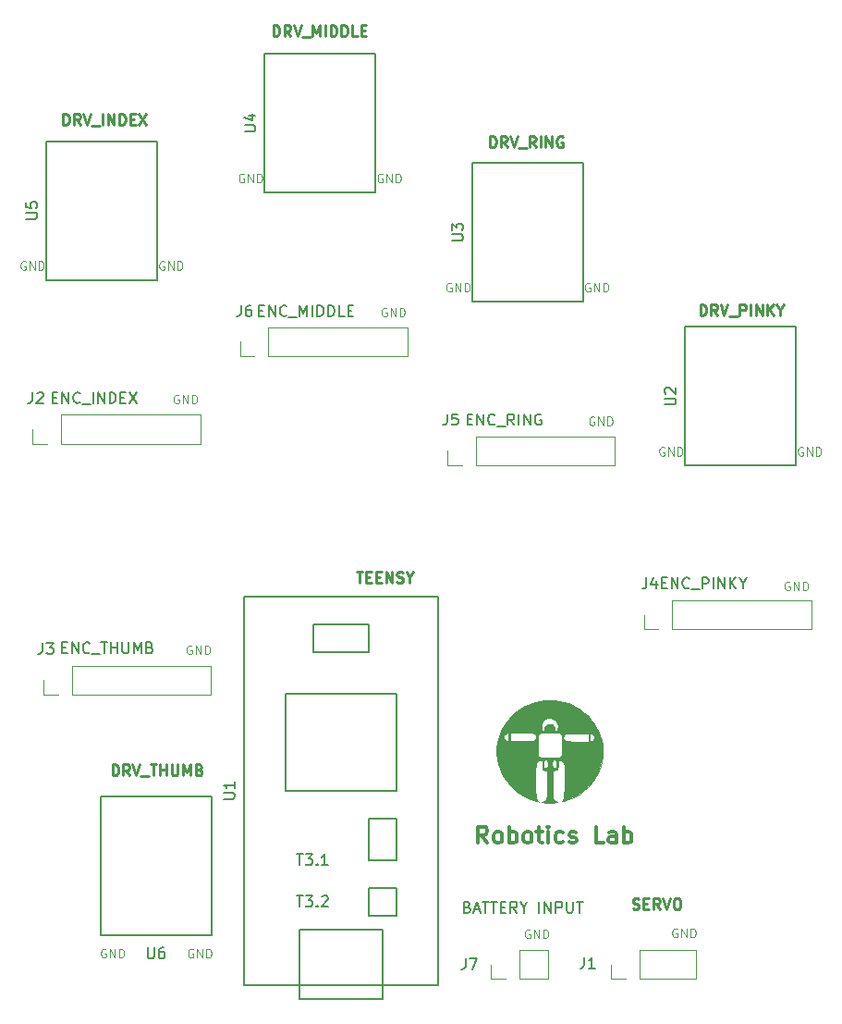
<source format=gto>
G04 #@! TF.GenerationSoftware,KiCad,Pcbnew,(5.0.2)-1*
G04 #@! TF.CreationDate,2019-03-27T22:14:58+01:00*
G04 #@! TF.ProjectId,DorsalTPMG90,446f7273-616c-4545-904d-4739302e6b69,v01*
G04 #@! TF.SameCoordinates,Original*
G04 #@! TF.FileFunction,Legend,Top*
G04 #@! TF.FilePolarity,Positive*
%FSLAX46Y46*%
G04 Gerber Fmt 4.6, Leading zero omitted, Abs format (unit mm)*
G04 Created by KiCad (PCBNEW (5.0.2)-1) date 27/03/2019 22:14:58*
%MOMM*%
%LPD*%
G01*
G04 APERTURE LIST*
%ADD10C,0.300000*%
%ADD11C,0.100000*%
%ADD12C,0.200000*%
%ADD13C,0.250000*%
%ADD14C,0.160000*%
%ADD15C,0.150000*%
%ADD16C,0.120000*%
%ADD17C,0.010000*%
G04 APERTURE END LIST*
D10*
X153844122Y-121384451D02*
X153344122Y-120670165D01*
X152986980Y-121384451D02*
X152986980Y-119884451D01*
X153558408Y-119884451D01*
X153701265Y-119955880D01*
X153772694Y-120027308D01*
X153844122Y-120170165D01*
X153844122Y-120384451D01*
X153772694Y-120527308D01*
X153701265Y-120598737D01*
X153558408Y-120670165D01*
X152986980Y-120670165D01*
X154701265Y-121384451D02*
X154558408Y-121313022D01*
X154486980Y-121241594D01*
X154415551Y-121098737D01*
X154415551Y-120670165D01*
X154486980Y-120527308D01*
X154558408Y-120455880D01*
X154701265Y-120384451D01*
X154915551Y-120384451D01*
X155058408Y-120455880D01*
X155129837Y-120527308D01*
X155201265Y-120670165D01*
X155201265Y-121098737D01*
X155129837Y-121241594D01*
X155058408Y-121313022D01*
X154915551Y-121384451D01*
X154701265Y-121384451D01*
X155844122Y-121384451D02*
X155844122Y-119884451D01*
X155844122Y-120455880D02*
X155986980Y-120384451D01*
X156272694Y-120384451D01*
X156415551Y-120455880D01*
X156486980Y-120527308D01*
X156558408Y-120670165D01*
X156558408Y-121098737D01*
X156486980Y-121241594D01*
X156415551Y-121313022D01*
X156272694Y-121384451D01*
X155986980Y-121384451D01*
X155844122Y-121313022D01*
X157415551Y-121384451D02*
X157272694Y-121313022D01*
X157201265Y-121241594D01*
X157129837Y-121098737D01*
X157129837Y-120670165D01*
X157201265Y-120527308D01*
X157272694Y-120455880D01*
X157415551Y-120384451D01*
X157629837Y-120384451D01*
X157772694Y-120455880D01*
X157844122Y-120527308D01*
X157915551Y-120670165D01*
X157915551Y-121098737D01*
X157844122Y-121241594D01*
X157772694Y-121313022D01*
X157629837Y-121384451D01*
X157415551Y-121384451D01*
X158344122Y-120384451D02*
X158915551Y-120384451D01*
X158558408Y-119884451D02*
X158558408Y-121170165D01*
X158629837Y-121313022D01*
X158772694Y-121384451D01*
X158915551Y-121384451D01*
X159415551Y-121384451D02*
X159415551Y-120384451D01*
X159415551Y-119884451D02*
X159344122Y-119955880D01*
X159415551Y-120027308D01*
X159486980Y-119955880D01*
X159415551Y-119884451D01*
X159415551Y-120027308D01*
X160772694Y-121313022D02*
X160629837Y-121384451D01*
X160344122Y-121384451D01*
X160201265Y-121313022D01*
X160129837Y-121241594D01*
X160058408Y-121098737D01*
X160058408Y-120670165D01*
X160129837Y-120527308D01*
X160201265Y-120455880D01*
X160344122Y-120384451D01*
X160629837Y-120384451D01*
X160772694Y-120455880D01*
X161344122Y-121313022D02*
X161486980Y-121384451D01*
X161772694Y-121384451D01*
X161915551Y-121313022D01*
X161986980Y-121170165D01*
X161986980Y-121098737D01*
X161915551Y-120955880D01*
X161772694Y-120884451D01*
X161558408Y-120884451D01*
X161415551Y-120813022D01*
X161344122Y-120670165D01*
X161344122Y-120598737D01*
X161415551Y-120455880D01*
X161558408Y-120384451D01*
X161772694Y-120384451D01*
X161915551Y-120455880D01*
X164486980Y-121384451D02*
X163772694Y-121384451D01*
X163772694Y-119884451D01*
X165629837Y-121384451D02*
X165629837Y-120598737D01*
X165558408Y-120455880D01*
X165415551Y-120384451D01*
X165129837Y-120384451D01*
X164986980Y-120455880D01*
X165629837Y-121313022D02*
X165486980Y-121384451D01*
X165129837Y-121384451D01*
X164986980Y-121313022D01*
X164915551Y-121170165D01*
X164915551Y-121027308D01*
X164986980Y-120884451D01*
X165129837Y-120813022D01*
X165486980Y-120813022D01*
X165629837Y-120741594D01*
X166344122Y-121384451D02*
X166344122Y-119884451D01*
X166344122Y-120455880D02*
X166486980Y-120384451D01*
X166772694Y-120384451D01*
X166915551Y-120455880D01*
X166986980Y-120527308D01*
X167058408Y-120670165D01*
X167058408Y-121098737D01*
X166986980Y-121241594D01*
X166915551Y-121313022D01*
X166772694Y-121384451D01*
X166486980Y-121384451D01*
X166344122Y-121313022D01*
D11*
X181533876Y-97486520D02*
X181457685Y-97448424D01*
X181343400Y-97448424D01*
X181229114Y-97486520D01*
X181152923Y-97562710D01*
X181114828Y-97638900D01*
X181076733Y-97791281D01*
X181076733Y-97905567D01*
X181114828Y-98057948D01*
X181152923Y-98134139D01*
X181229114Y-98210329D01*
X181343400Y-98248424D01*
X181419590Y-98248424D01*
X181533876Y-98210329D01*
X181571971Y-98172234D01*
X181571971Y-97905567D01*
X181419590Y-97905567D01*
X181914828Y-98248424D02*
X181914828Y-97448424D01*
X182371971Y-98248424D01*
X182371971Y-97448424D01*
X182752923Y-98248424D02*
X182752923Y-97448424D01*
X182943400Y-97448424D01*
X183057685Y-97486520D01*
X183133876Y-97562710D01*
X183171971Y-97638900D01*
X183210066Y-97791281D01*
X183210066Y-97905567D01*
X183171971Y-98057948D01*
X183133876Y-98134139D01*
X183057685Y-98210329D01*
X182943400Y-98248424D01*
X182752923Y-98248424D01*
X163629416Y-82409080D02*
X163553225Y-82370984D01*
X163438940Y-82370984D01*
X163324654Y-82409080D01*
X163248463Y-82485270D01*
X163210368Y-82561460D01*
X163172273Y-82713841D01*
X163172273Y-82828127D01*
X163210368Y-82980508D01*
X163248463Y-83056699D01*
X163324654Y-83132889D01*
X163438940Y-83170984D01*
X163515130Y-83170984D01*
X163629416Y-83132889D01*
X163667511Y-83094794D01*
X163667511Y-82828127D01*
X163515130Y-82828127D01*
X164010368Y-83170984D02*
X164010368Y-82370984D01*
X164467511Y-83170984D01*
X164467511Y-82370984D01*
X164848463Y-83170984D02*
X164848463Y-82370984D01*
X165038940Y-82370984D01*
X165153225Y-82409080D01*
X165229416Y-82485270D01*
X165267511Y-82561460D01*
X165305606Y-82713841D01*
X165305606Y-82828127D01*
X165267511Y-82980508D01*
X165229416Y-83056699D01*
X165153225Y-83132889D01*
X165038940Y-83170984D01*
X164848463Y-83170984D01*
X144597196Y-72442120D02*
X144521005Y-72404024D01*
X144406720Y-72404024D01*
X144292434Y-72442120D01*
X144216243Y-72518310D01*
X144178148Y-72594500D01*
X144140053Y-72746881D01*
X144140053Y-72861167D01*
X144178148Y-73013548D01*
X144216243Y-73089739D01*
X144292434Y-73165929D01*
X144406720Y-73204024D01*
X144482910Y-73204024D01*
X144597196Y-73165929D01*
X144635291Y-73127834D01*
X144635291Y-72861167D01*
X144482910Y-72861167D01*
X144978148Y-73204024D02*
X144978148Y-72404024D01*
X145435291Y-73204024D01*
X145435291Y-72404024D01*
X145816243Y-73204024D02*
X145816243Y-72404024D01*
X146006720Y-72404024D01*
X146121005Y-72442120D01*
X146197196Y-72518310D01*
X146235291Y-72594500D01*
X146273386Y-72746881D01*
X146273386Y-72861167D01*
X146235291Y-73013548D01*
X146197196Y-73089739D01*
X146121005Y-73165929D01*
X146006720Y-73204024D01*
X145816243Y-73204024D01*
X125552276Y-80405020D02*
X125476085Y-80366924D01*
X125361800Y-80366924D01*
X125247514Y-80405020D01*
X125171323Y-80481210D01*
X125133228Y-80557400D01*
X125095133Y-80709781D01*
X125095133Y-80824067D01*
X125133228Y-80976448D01*
X125171323Y-81052639D01*
X125247514Y-81128829D01*
X125361800Y-81166924D01*
X125437990Y-81166924D01*
X125552276Y-81128829D01*
X125590371Y-81090734D01*
X125590371Y-80824067D01*
X125437990Y-80824067D01*
X125933228Y-81166924D02*
X125933228Y-80366924D01*
X126390371Y-81166924D01*
X126390371Y-80366924D01*
X126771323Y-81166924D02*
X126771323Y-80366924D01*
X126961800Y-80366924D01*
X127076085Y-80405020D01*
X127152276Y-80481210D01*
X127190371Y-80557400D01*
X127228466Y-80709781D01*
X127228466Y-80824067D01*
X127190371Y-80976448D01*
X127152276Y-81052639D01*
X127076085Y-81128829D01*
X126961800Y-81166924D01*
X126771323Y-81166924D01*
X126751156Y-103353920D02*
X126674965Y-103315824D01*
X126560680Y-103315824D01*
X126446394Y-103353920D01*
X126370203Y-103430110D01*
X126332108Y-103506300D01*
X126294013Y-103658681D01*
X126294013Y-103772967D01*
X126332108Y-103925348D01*
X126370203Y-104001539D01*
X126446394Y-104077729D01*
X126560680Y-104115824D01*
X126636870Y-104115824D01*
X126751156Y-104077729D01*
X126789251Y-104039634D01*
X126789251Y-103772967D01*
X126636870Y-103772967D01*
X127132108Y-104115824D02*
X127132108Y-103315824D01*
X127589251Y-104115824D01*
X127589251Y-103315824D01*
X127970203Y-104115824D02*
X127970203Y-103315824D01*
X128160680Y-103315824D01*
X128274965Y-103353920D01*
X128351156Y-103430110D01*
X128389251Y-103506300D01*
X128427346Y-103658681D01*
X128427346Y-103772967D01*
X128389251Y-103925348D01*
X128351156Y-104001539D01*
X128274965Y-104077729D01*
X128160680Y-104115824D01*
X127970203Y-104115824D01*
X171236716Y-129264460D02*
X171160525Y-129226364D01*
X171046240Y-129226364D01*
X170931954Y-129264460D01*
X170855763Y-129340650D01*
X170817668Y-129416840D01*
X170779573Y-129569221D01*
X170779573Y-129683507D01*
X170817668Y-129835888D01*
X170855763Y-129912079D01*
X170931954Y-129988269D01*
X171046240Y-130026364D01*
X171122430Y-130026364D01*
X171236716Y-129988269D01*
X171274811Y-129950174D01*
X171274811Y-129683507D01*
X171122430Y-129683507D01*
X171617668Y-130026364D02*
X171617668Y-129226364D01*
X172074811Y-130026364D01*
X172074811Y-129226364D01*
X172455763Y-130026364D02*
X172455763Y-129226364D01*
X172646240Y-129226364D01*
X172760525Y-129264460D01*
X172836716Y-129340650D01*
X172874811Y-129416840D01*
X172912906Y-129569221D01*
X172912906Y-129683507D01*
X172874811Y-129835888D01*
X172836716Y-129912079D01*
X172760525Y-129988269D01*
X172646240Y-130026364D01*
X172455763Y-130026364D01*
X157734076Y-129360980D02*
X157657885Y-129322884D01*
X157543600Y-129322884D01*
X157429314Y-129360980D01*
X157353123Y-129437170D01*
X157315028Y-129513360D01*
X157276933Y-129665741D01*
X157276933Y-129780027D01*
X157315028Y-129932408D01*
X157353123Y-130008599D01*
X157429314Y-130084789D01*
X157543600Y-130122884D01*
X157619790Y-130122884D01*
X157734076Y-130084789D01*
X157772171Y-130046694D01*
X157772171Y-129780027D01*
X157619790Y-129780027D01*
X158115028Y-130122884D02*
X158115028Y-129322884D01*
X158572171Y-130122884D01*
X158572171Y-129322884D01*
X158953123Y-130122884D02*
X158953123Y-129322884D01*
X159143600Y-129322884D01*
X159257885Y-129360980D01*
X159334076Y-129437170D01*
X159372171Y-129513360D01*
X159410266Y-129665741D01*
X159410266Y-129780027D01*
X159372171Y-129932408D01*
X159334076Y-130008599D01*
X159257885Y-130084789D01*
X159143600Y-130122884D01*
X158953123Y-130122884D01*
D12*
X169809636Y-97578871D02*
X170142969Y-97578871D01*
X170285826Y-98102680D02*
X169809636Y-98102680D01*
X169809636Y-97102680D01*
X170285826Y-97102680D01*
X170714398Y-98102680D02*
X170714398Y-97102680D01*
X171285826Y-98102680D01*
X171285826Y-97102680D01*
X172333445Y-98007442D02*
X172285826Y-98055061D01*
X172142969Y-98102680D01*
X172047731Y-98102680D01*
X171904874Y-98055061D01*
X171809636Y-97959823D01*
X171762017Y-97864585D01*
X171714398Y-97674109D01*
X171714398Y-97531252D01*
X171762017Y-97340776D01*
X171809636Y-97245538D01*
X171904874Y-97150300D01*
X172047731Y-97102680D01*
X172142969Y-97102680D01*
X172285826Y-97150300D01*
X172333445Y-97197919D01*
X172523921Y-98197919D02*
X173285826Y-98197919D01*
X173523921Y-98102680D02*
X173523921Y-97102680D01*
X173904874Y-97102680D01*
X174000112Y-97150300D01*
X174047731Y-97197919D01*
X174095350Y-97293157D01*
X174095350Y-97436014D01*
X174047731Y-97531252D01*
X174000112Y-97578871D01*
X173904874Y-97626490D01*
X173523921Y-97626490D01*
X174523921Y-98102680D02*
X174523921Y-97102680D01*
X175000112Y-98102680D02*
X175000112Y-97102680D01*
X175571540Y-98102680D01*
X175571540Y-97102680D01*
X176047731Y-98102680D02*
X176047731Y-97102680D01*
X176619160Y-98102680D02*
X176190588Y-97531252D01*
X176619160Y-97102680D02*
X176047731Y-97674109D01*
X177238207Y-97626490D02*
X177238207Y-98102680D01*
X176904874Y-97102680D02*
X177238207Y-97626490D01*
X177571540Y-97102680D01*
X152006087Y-82610651D02*
X152339420Y-82610651D01*
X152482278Y-83134460D02*
X152006087Y-83134460D01*
X152006087Y-82134460D01*
X152482278Y-82134460D01*
X152910849Y-83134460D02*
X152910849Y-82134460D01*
X153482278Y-83134460D01*
X153482278Y-82134460D01*
X154529897Y-83039222D02*
X154482278Y-83086841D01*
X154339420Y-83134460D01*
X154244182Y-83134460D01*
X154101325Y-83086841D01*
X154006087Y-82991603D01*
X153958468Y-82896365D01*
X153910849Y-82705889D01*
X153910849Y-82563032D01*
X153958468Y-82372556D01*
X154006087Y-82277318D01*
X154101325Y-82182080D01*
X154244182Y-82134460D01*
X154339420Y-82134460D01*
X154482278Y-82182080D01*
X154529897Y-82229699D01*
X154720373Y-83229699D02*
X155482278Y-83229699D01*
X156291801Y-83134460D02*
X155958468Y-82658270D01*
X155720373Y-83134460D02*
X155720373Y-82134460D01*
X156101325Y-82134460D01*
X156196563Y-82182080D01*
X156244182Y-82229699D01*
X156291801Y-82324937D01*
X156291801Y-82467794D01*
X156244182Y-82563032D01*
X156196563Y-82610651D01*
X156101325Y-82658270D01*
X155720373Y-82658270D01*
X156720373Y-83134460D02*
X156720373Y-82134460D01*
X157196563Y-83134460D02*
X157196563Y-82134460D01*
X157767992Y-83134460D01*
X157767992Y-82134460D01*
X158767992Y-82182080D02*
X158672754Y-82134460D01*
X158529897Y-82134460D01*
X158387040Y-82182080D01*
X158291801Y-82277318D01*
X158244182Y-82372556D01*
X158196563Y-82563032D01*
X158196563Y-82705889D01*
X158244182Y-82896365D01*
X158291801Y-82991603D01*
X158387040Y-83086841D01*
X158529897Y-83134460D01*
X158625135Y-83134460D01*
X158767992Y-83086841D01*
X158815611Y-83039222D01*
X158815611Y-82705889D01*
X158625135Y-82705889D01*
X132932705Y-72661471D02*
X133266039Y-72661471D01*
X133408896Y-73185280D02*
X132932705Y-73185280D01*
X132932705Y-72185280D01*
X133408896Y-72185280D01*
X133837467Y-73185280D02*
X133837467Y-72185280D01*
X134408896Y-73185280D01*
X134408896Y-72185280D01*
X135456515Y-73090042D02*
X135408896Y-73137661D01*
X135266039Y-73185280D01*
X135170800Y-73185280D01*
X135027943Y-73137661D01*
X134932705Y-73042423D01*
X134885086Y-72947185D01*
X134837467Y-72756709D01*
X134837467Y-72613852D01*
X134885086Y-72423376D01*
X134932705Y-72328138D01*
X135027943Y-72232900D01*
X135170800Y-72185280D01*
X135266039Y-72185280D01*
X135408896Y-72232900D01*
X135456515Y-72280519D01*
X135646991Y-73280519D02*
X136408896Y-73280519D01*
X136646991Y-73185280D02*
X136646991Y-72185280D01*
X136980324Y-72899566D01*
X137313658Y-72185280D01*
X137313658Y-73185280D01*
X137789848Y-73185280D02*
X137789848Y-72185280D01*
X138266039Y-73185280D02*
X138266039Y-72185280D01*
X138504134Y-72185280D01*
X138646991Y-72232900D01*
X138742229Y-72328138D01*
X138789848Y-72423376D01*
X138837467Y-72613852D01*
X138837467Y-72756709D01*
X138789848Y-72947185D01*
X138742229Y-73042423D01*
X138646991Y-73137661D01*
X138504134Y-73185280D01*
X138266039Y-73185280D01*
X139266039Y-73185280D02*
X139266039Y-72185280D01*
X139504134Y-72185280D01*
X139646991Y-72232900D01*
X139742229Y-72328138D01*
X139789848Y-72423376D01*
X139837467Y-72613852D01*
X139837467Y-72756709D01*
X139789848Y-72947185D01*
X139742229Y-73042423D01*
X139646991Y-73137661D01*
X139504134Y-73185280D01*
X139266039Y-73185280D01*
X140742229Y-73185280D02*
X140266039Y-73185280D01*
X140266039Y-72185280D01*
X141075562Y-72661471D02*
X141408896Y-72661471D01*
X141551753Y-73185280D02*
X141075562Y-73185280D01*
X141075562Y-72185280D01*
X141551753Y-72185280D01*
X114882492Y-103499611D02*
X115215825Y-103499611D01*
X115358682Y-104023420D02*
X114882492Y-104023420D01*
X114882492Y-103023420D01*
X115358682Y-103023420D01*
X115787254Y-104023420D02*
X115787254Y-103023420D01*
X116358682Y-104023420D01*
X116358682Y-103023420D01*
X117406301Y-103928182D02*
X117358682Y-103975801D01*
X117215825Y-104023420D01*
X117120587Y-104023420D01*
X116977730Y-103975801D01*
X116882492Y-103880563D01*
X116834873Y-103785325D01*
X116787254Y-103594849D01*
X116787254Y-103451992D01*
X116834873Y-103261516D01*
X116882492Y-103166278D01*
X116977730Y-103071040D01*
X117120587Y-103023420D01*
X117215825Y-103023420D01*
X117358682Y-103071040D01*
X117406301Y-103118659D01*
X117596778Y-104118659D02*
X118358682Y-104118659D01*
X118453920Y-103023420D02*
X119025349Y-103023420D01*
X118739635Y-104023420D02*
X118739635Y-103023420D01*
X119358682Y-104023420D02*
X119358682Y-103023420D01*
X119358682Y-103499611D02*
X119930111Y-103499611D01*
X119930111Y-104023420D02*
X119930111Y-103023420D01*
X120406301Y-103023420D02*
X120406301Y-103832944D01*
X120453920Y-103928182D01*
X120501540Y-103975801D01*
X120596778Y-104023420D01*
X120787254Y-104023420D01*
X120882492Y-103975801D01*
X120930111Y-103928182D01*
X120977730Y-103832944D01*
X120977730Y-103023420D01*
X121453920Y-104023420D02*
X121453920Y-103023420D01*
X121787254Y-103737706D01*
X122120587Y-103023420D01*
X122120587Y-104023420D01*
X122930111Y-103499611D02*
X123072968Y-103547230D01*
X123120587Y-103594849D01*
X123168206Y-103690087D01*
X123168206Y-103832944D01*
X123120587Y-103928182D01*
X123072968Y-103975801D01*
X122977730Y-104023420D01*
X122596778Y-104023420D01*
X122596778Y-103023420D01*
X122930111Y-103023420D01*
X123025349Y-103071040D01*
X123072968Y-103118659D01*
X123120587Y-103213897D01*
X123120587Y-103309135D01*
X123072968Y-103404373D01*
X123025349Y-103451992D01*
X122930111Y-103499611D01*
X122596778Y-103499611D01*
X114005836Y-80619291D02*
X114339169Y-80619291D01*
X114482026Y-81143100D02*
X114005836Y-81143100D01*
X114005836Y-80143100D01*
X114482026Y-80143100D01*
X114910598Y-81143100D02*
X114910598Y-80143100D01*
X115482026Y-81143100D01*
X115482026Y-80143100D01*
X116529645Y-81047862D02*
X116482026Y-81095481D01*
X116339169Y-81143100D01*
X116243931Y-81143100D01*
X116101074Y-81095481D01*
X116005836Y-81000243D01*
X115958217Y-80905005D01*
X115910598Y-80714529D01*
X115910598Y-80571672D01*
X115958217Y-80381196D01*
X116005836Y-80285958D01*
X116101074Y-80190720D01*
X116243931Y-80143100D01*
X116339169Y-80143100D01*
X116482026Y-80190720D01*
X116529645Y-80238339D01*
X116720121Y-81238339D02*
X117482026Y-81238339D01*
X117720121Y-81143100D02*
X117720121Y-80143100D01*
X118196312Y-81143100D02*
X118196312Y-80143100D01*
X118767740Y-81143100D01*
X118767740Y-80143100D01*
X119243931Y-81143100D02*
X119243931Y-80143100D01*
X119482026Y-80143100D01*
X119624883Y-80190720D01*
X119720121Y-80285958D01*
X119767740Y-80381196D01*
X119815360Y-80571672D01*
X119815360Y-80714529D01*
X119767740Y-80905005D01*
X119720121Y-81000243D01*
X119624883Y-81095481D01*
X119482026Y-81143100D01*
X119243931Y-81143100D01*
X120243931Y-80619291D02*
X120577264Y-80619291D01*
X120720121Y-81143100D02*
X120243931Y-81143100D01*
X120243931Y-80143100D01*
X120720121Y-80143100D01*
X121053455Y-80143100D02*
X121720121Y-81143100D01*
X121720121Y-80143100D02*
X121053455Y-81143100D01*
X152018360Y-127248611D02*
X152161218Y-127296230D01*
X152208837Y-127343849D01*
X152256456Y-127439087D01*
X152256456Y-127581944D01*
X152208837Y-127677182D01*
X152161218Y-127724801D01*
X152065980Y-127772420D01*
X151685027Y-127772420D01*
X151685027Y-126772420D01*
X152018360Y-126772420D01*
X152113599Y-126820040D01*
X152161218Y-126867659D01*
X152208837Y-126962897D01*
X152208837Y-127058135D01*
X152161218Y-127153373D01*
X152113599Y-127200992D01*
X152018360Y-127248611D01*
X151685027Y-127248611D01*
X152637408Y-127486706D02*
X153113599Y-127486706D01*
X152542170Y-127772420D02*
X152875503Y-126772420D01*
X153208837Y-127772420D01*
X153399313Y-126772420D02*
X153970741Y-126772420D01*
X153685027Y-127772420D02*
X153685027Y-126772420D01*
X154161218Y-126772420D02*
X154732646Y-126772420D01*
X154446932Y-127772420D02*
X154446932Y-126772420D01*
X155065980Y-127248611D02*
X155399313Y-127248611D01*
X155542170Y-127772420D02*
X155065980Y-127772420D01*
X155065980Y-126772420D01*
X155542170Y-126772420D01*
X156542170Y-127772420D02*
X156208837Y-127296230D01*
X155970741Y-127772420D02*
X155970741Y-126772420D01*
X156351694Y-126772420D01*
X156446932Y-126820040D01*
X156494551Y-126867659D01*
X156542170Y-126962897D01*
X156542170Y-127105754D01*
X156494551Y-127200992D01*
X156446932Y-127248611D01*
X156351694Y-127296230D01*
X155970741Y-127296230D01*
X157161218Y-127296230D02*
X157161218Y-127772420D01*
X156827884Y-126772420D02*
X157161218Y-127296230D01*
X157494551Y-126772420D01*
X158589789Y-127772420D02*
X158589789Y-126772420D01*
X159065980Y-127772420D02*
X159065980Y-126772420D01*
X159637408Y-127772420D01*
X159637408Y-126772420D01*
X160113599Y-127772420D02*
X160113599Y-126772420D01*
X160494551Y-126772420D01*
X160589789Y-126820040D01*
X160637408Y-126867659D01*
X160685027Y-126962897D01*
X160685027Y-127105754D01*
X160637408Y-127200992D01*
X160589789Y-127248611D01*
X160494551Y-127296230D01*
X160113599Y-127296230D01*
X161113599Y-126772420D02*
X161113599Y-127581944D01*
X161161218Y-127677182D01*
X161208837Y-127724801D01*
X161304075Y-127772420D01*
X161494551Y-127772420D01*
X161589789Y-127724801D01*
X161637408Y-127677182D01*
X161685027Y-127581944D01*
X161685027Y-126772420D01*
X162018360Y-126772420D02*
X162589789Y-126772420D01*
X162304075Y-127772420D02*
X162304075Y-126772420D01*
D13*
X167164023Y-127399681D02*
X167306880Y-127447300D01*
X167544976Y-127447300D01*
X167640214Y-127399681D01*
X167687833Y-127352062D01*
X167735452Y-127256824D01*
X167735452Y-127161586D01*
X167687833Y-127066348D01*
X167640214Y-127018729D01*
X167544976Y-126971110D01*
X167354500Y-126923491D01*
X167259261Y-126875872D01*
X167211642Y-126828253D01*
X167164023Y-126733015D01*
X167164023Y-126637777D01*
X167211642Y-126542539D01*
X167259261Y-126494920D01*
X167354500Y-126447300D01*
X167592595Y-126447300D01*
X167735452Y-126494920D01*
X168164023Y-126923491D02*
X168497357Y-126923491D01*
X168640214Y-127447300D02*
X168164023Y-127447300D01*
X168164023Y-126447300D01*
X168640214Y-126447300D01*
X169640214Y-127447300D02*
X169306880Y-126971110D01*
X169068785Y-127447300D02*
X169068785Y-126447300D01*
X169449738Y-126447300D01*
X169544976Y-126494920D01*
X169592595Y-126542539D01*
X169640214Y-126637777D01*
X169640214Y-126780634D01*
X169592595Y-126875872D01*
X169544976Y-126923491D01*
X169449738Y-126971110D01*
X169068785Y-126971110D01*
X169925928Y-126447300D02*
X170259261Y-127447300D01*
X170592595Y-126447300D01*
X171116404Y-126447300D02*
X171306880Y-126447300D01*
X171402119Y-126494920D01*
X171497357Y-126590158D01*
X171544976Y-126780634D01*
X171544976Y-127113967D01*
X171497357Y-127304443D01*
X171402119Y-127399681D01*
X171306880Y-127447300D01*
X171116404Y-127447300D01*
X171021166Y-127399681D01*
X170925928Y-127304443D01*
X170878309Y-127113967D01*
X170878309Y-126780634D01*
X170925928Y-126590158D01*
X171021166Y-126494920D01*
X171116404Y-126447300D01*
X141838372Y-96561660D02*
X142409800Y-96561660D01*
X142124086Y-97561660D02*
X142124086Y-96561660D01*
X142743134Y-97037851D02*
X143076467Y-97037851D01*
X143219324Y-97561660D02*
X142743134Y-97561660D01*
X142743134Y-96561660D01*
X143219324Y-96561660D01*
X143647896Y-97037851D02*
X143981229Y-97037851D01*
X144124086Y-97561660D02*
X143647896Y-97561660D01*
X143647896Y-96561660D01*
X144124086Y-96561660D01*
X144552658Y-97561660D02*
X144552658Y-96561660D01*
X145124086Y-97561660D01*
X145124086Y-96561660D01*
X145552658Y-97514041D02*
X145695515Y-97561660D01*
X145933610Y-97561660D01*
X146028848Y-97514041D01*
X146076467Y-97466422D01*
X146124086Y-97371184D01*
X146124086Y-97275946D01*
X146076467Y-97180708D01*
X146028848Y-97133089D01*
X145933610Y-97085470D01*
X145743134Y-97037851D01*
X145647896Y-96990232D01*
X145600277Y-96942613D01*
X145552658Y-96847375D01*
X145552658Y-96752137D01*
X145600277Y-96656899D01*
X145647896Y-96609280D01*
X145743134Y-96561660D01*
X145981229Y-96561660D01*
X146124086Y-96609280D01*
X146743134Y-97085470D02*
X146743134Y-97561660D01*
X146409800Y-96561660D02*
X146743134Y-97085470D01*
X147076467Y-96561660D01*
X119486871Y-115201960D02*
X119486871Y-114201960D01*
X119724966Y-114201960D01*
X119867823Y-114249580D01*
X119963061Y-114344818D01*
X120010680Y-114440056D01*
X120058300Y-114630532D01*
X120058300Y-114773389D01*
X120010680Y-114963865D01*
X119963061Y-115059103D01*
X119867823Y-115154341D01*
X119724966Y-115201960D01*
X119486871Y-115201960D01*
X121058300Y-115201960D02*
X120724966Y-114725770D01*
X120486871Y-115201960D02*
X120486871Y-114201960D01*
X120867823Y-114201960D01*
X120963061Y-114249580D01*
X121010680Y-114297199D01*
X121058300Y-114392437D01*
X121058300Y-114535294D01*
X121010680Y-114630532D01*
X120963061Y-114678151D01*
X120867823Y-114725770D01*
X120486871Y-114725770D01*
X121344014Y-114201960D02*
X121677347Y-115201960D01*
X122010680Y-114201960D01*
X122105919Y-115297199D02*
X122867823Y-115297199D01*
X122963061Y-114201960D02*
X123534490Y-114201960D01*
X123248776Y-115201960D02*
X123248776Y-114201960D01*
X123867823Y-115201960D02*
X123867823Y-114201960D01*
X123867823Y-114678151D02*
X124439252Y-114678151D01*
X124439252Y-115201960D02*
X124439252Y-114201960D01*
X124915442Y-114201960D02*
X124915442Y-115011484D01*
X124963061Y-115106722D01*
X125010680Y-115154341D01*
X125105919Y-115201960D01*
X125296395Y-115201960D01*
X125391633Y-115154341D01*
X125439252Y-115106722D01*
X125486871Y-115011484D01*
X125486871Y-114201960D01*
X125963061Y-115201960D02*
X125963061Y-114201960D01*
X126296395Y-114916246D01*
X126629728Y-114201960D01*
X126629728Y-115201960D01*
X127439252Y-114678151D02*
X127582109Y-114725770D01*
X127629728Y-114773389D01*
X127677347Y-114868627D01*
X127677347Y-115011484D01*
X127629728Y-115106722D01*
X127582109Y-115154341D01*
X127486871Y-115201960D01*
X127105919Y-115201960D01*
X127105919Y-114201960D01*
X127439252Y-114201960D01*
X127534490Y-114249580D01*
X127582109Y-114297199D01*
X127629728Y-114392437D01*
X127629728Y-114487675D01*
X127582109Y-114582913D01*
X127534490Y-114630532D01*
X127439252Y-114678151D01*
X127105919Y-114678151D01*
X173339595Y-73098920D02*
X173339595Y-72098920D01*
X173577690Y-72098920D01*
X173720547Y-72146540D01*
X173815785Y-72241778D01*
X173863404Y-72337016D01*
X173911023Y-72527492D01*
X173911023Y-72670349D01*
X173863404Y-72860825D01*
X173815785Y-72956063D01*
X173720547Y-73051301D01*
X173577690Y-73098920D01*
X173339595Y-73098920D01*
X174911023Y-73098920D02*
X174577690Y-72622730D01*
X174339595Y-73098920D02*
X174339595Y-72098920D01*
X174720547Y-72098920D01*
X174815785Y-72146540D01*
X174863404Y-72194159D01*
X174911023Y-72289397D01*
X174911023Y-72432254D01*
X174863404Y-72527492D01*
X174815785Y-72575111D01*
X174720547Y-72622730D01*
X174339595Y-72622730D01*
X175196738Y-72098920D02*
X175530071Y-73098920D01*
X175863404Y-72098920D01*
X175958642Y-73194159D02*
X176720547Y-73194159D01*
X176958642Y-73098920D02*
X176958642Y-72098920D01*
X177339595Y-72098920D01*
X177434833Y-72146540D01*
X177482452Y-72194159D01*
X177530071Y-72289397D01*
X177530071Y-72432254D01*
X177482452Y-72527492D01*
X177434833Y-72575111D01*
X177339595Y-72622730D01*
X176958642Y-72622730D01*
X177958642Y-73098920D02*
X177958642Y-72098920D01*
X178434833Y-73098920D02*
X178434833Y-72098920D01*
X179006261Y-73098920D01*
X179006261Y-72098920D01*
X179482452Y-73098920D02*
X179482452Y-72098920D01*
X180053880Y-73098920D02*
X179625309Y-72527492D01*
X180053880Y-72098920D02*
X179482452Y-72670349D01*
X180672928Y-72622730D02*
X180672928Y-73098920D01*
X180339595Y-72098920D02*
X180672928Y-72622730D01*
X181006261Y-72098920D01*
X154075546Y-57706520D02*
X154075546Y-56706520D01*
X154313641Y-56706520D01*
X154456499Y-56754140D01*
X154551737Y-56849378D01*
X154599356Y-56944616D01*
X154646975Y-57135092D01*
X154646975Y-57277949D01*
X154599356Y-57468425D01*
X154551737Y-57563663D01*
X154456499Y-57658901D01*
X154313641Y-57706520D01*
X154075546Y-57706520D01*
X155646975Y-57706520D02*
X155313641Y-57230330D01*
X155075546Y-57706520D02*
X155075546Y-56706520D01*
X155456499Y-56706520D01*
X155551737Y-56754140D01*
X155599356Y-56801759D01*
X155646975Y-56896997D01*
X155646975Y-57039854D01*
X155599356Y-57135092D01*
X155551737Y-57182711D01*
X155456499Y-57230330D01*
X155075546Y-57230330D01*
X155932689Y-56706520D02*
X156266022Y-57706520D01*
X156599356Y-56706520D01*
X156694594Y-57801759D02*
X157456499Y-57801759D01*
X158266022Y-57706520D02*
X157932689Y-57230330D01*
X157694594Y-57706520D02*
X157694594Y-56706520D01*
X158075546Y-56706520D01*
X158170784Y-56754140D01*
X158218403Y-56801759D01*
X158266022Y-56896997D01*
X158266022Y-57039854D01*
X158218403Y-57135092D01*
X158170784Y-57182711D01*
X158075546Y-57230330D01*
X157694594Y-57230330D01*
X158694594Y-57706520D02*
X158694594Y-56706520D01*
X159170784Y-57706520D02*
X159170784Y-56706520D01*
X159742213Y-57706520D01*
X159742213Y-56706520D01*
X160742213Y-56754140D02*
X160646975Y-56706520D01*
X160504118Y-56706520D01*
X160361260Y-56754140D01*
X160266022Y-56849378D01*
X160218403Y-56944616D01*
X160170784Y-57135092D01*
X160170784Y-57277949D01*
X160218403Y-57468425D01*
X160266022Y-57563663D01*
X160361260Y-57658901D01*
X160504118Y-57706520D01*
X160599356Y-57706520D01*
X160742213Y-57658901D01*
X160789832Y-57611282D01*
X160789832Y-57277949D01*
X160599356Y-57277949D01*
X134235084Y-47549060D02*
X134235084Y-46549060D01*
X134473180Y-46549060D01*
X134616037Y-46596680D01*
X134711275Y-46691918D01*
X134758894Y-46787156D01*
X134806513Y-46977632D01*
X134806513Y-47120489D01*
X134758894Y-47310965D01*
X134711275Y-47406203D01*
X134616037Y-47501441D01*
X134473180Y-47549060D01*
X134235084Y-47549060D01*
X135806513Y-47549060D02*
X135473180Y-47072870D01*
X135235084Y-47549060D02*
X135235084Y-46549060D01*
X135616037Y-46549060D01*
X135711275Y-46596680D01*
X135758894Y-46644299D01*
X135806513Y-46739537D01*
X135806513Y-46882394D01*
X135758894Y-46977632D01*
X135711275Y-47025251D01*
X135616037Y-47072870D01*
X135235084Y-47072870D01*
X136092227Y-46549060D02*
X136425560Y-47549060D01*
X136758894Y-46549060D01*
X136854132Y-47644299D02*
X137616037Y-47644299D01*
X137854132Y-47549060D02*
X137854132Y-46549060D01*
X138187465Y-47263346D01*
X138520799Y-46549060D01*
X138520799Y-47549060D01*
X138996989Y-47549060D02*
X138996989Y-46549060D01*
X139473180Y-47549060D02*
X139473180Y-46549060D01*
X139711275Y-46549060D01*
X139854132Y-46596680D01*
X139949370Y-46691918D01*
X139996989Y-46787156D01*
X140044608Y-46977632D01*
X140044608Y-47120489D01*
X139996989Y-47310965D01*
X139949370Y-47406203D01*
X139854132Y-47501441D01*
X139711275Y-47549060D01*
X139473180Y-47549060D01*
X140473180Y-47549060D02*
X140473180Y-46549060D01*
X140711275Y-46549060D01*
X140854132Y-46596680D01*
X140949370Y-46691918D01*
X140996989Y-46787156D01*
X141044608Y-46977632D01*
X141044608Y-47120489D01*
X140996989Y-47310965D01*
X140949370Y-47406203D01*
X140854132Y-47501441D01*
X140711275Y-47549060D01*
X140473180Y-47549060D01*
X141949370Y-47549060D02*
X141473180Y-47549060D01*
X141473180Y-46549060D01*
X142282703Y-47025251D02*
X142616037Y-47025251D01*
X142758894Y-47549060D02*
X142282703Y-47549060D01*
X142282703Y-46549060D01*
X142758894Y-46549060D01*
X114983095Y-55649120D02*
X114983095Y-54649120D01*
X115221190Y-54649120D01*
X115364047Y-54696740D01*
X115459285Y-54791978D01*
X115506904Y-54887216D01*
X115554523Y-55077692D01*
X115554523Y-55220549D01*
X115506904Y-55411025D01*
X115459285Y-55506263D01*
X115364047Y-55601501D01*
X115221190Y-55649120D01*
X114983095Y-55649120D01*
X116554523Y-55649120D02*
X116221190Y-55172930D01*
X115983095Y-55649120D02*
X115983095Y-54649120D01*
X116364047Y-54649120D01*
X116459285Y-54696740D01*
X116506904Y-54744359D01*
X116554523Y-54839597D01*
X116554523Y-54982454D01*
X116506904Y-55077692D01*
X116459285Y-55125311D01*
X116364047Y-55172930D01*
X115983095Y-55172930D01*
X116840238Y-54649120D02*
X117173571Y-55649120D01*
X117506904Y-54649120D01*
X117602142Y-55744359D02*
X118364047Y-55744359D01*
X118602142Y-55649120D02*
X118602142Y-54649120D01*
X119078333Y-55649120D02*
X119078333Y-54649120D01*
X119649761Y-55649120D01*
X119649761Y-54649120D01*
X120125952Y-55649120D02*
X120125952Y-54649120D01*
X120364047Y-54649120D01*
X120506904Y-54696740D01*
X120602142Y-54791978D01*
X120649761Y-54887216D01*
X120697380Y-55077692D01*
X120697380Y-55220549D01*
X120649761Y-55411025D01*
X120602142Y-55506263D01*
X120506904Y-55601501D01*
X120364047Y-55649120D01*
X120125952Y-55649120D01*
X121125952Y-55125311D02*
X121459285Y-55125311D01*
X121602142Y-55649120D02*
X121125952Y-55649120D01*
X121125952Y-54649120D01*
X121602142Y-54649120D01*
X121935476Y-54649120D02*
X122602142Y-55649120D01*
X122602142Y-54649120D02*
X121935476Y-55649120D01*
D14*
G04 #@! TO.C,U5*
X123580000Y-57150000D02*
X123580000Y-69850000D01*
X113420000Y-57150000D02*
X123580000Y-57150000D01*
X113420000Y-69850000D02*
X113420000Y-57150000D01*
X123580000Y-69850000D02*
X113420000Y-69850000D01*
D15*
G04 #@! TO.C,U1*
X149290000Y-134380000D02*
X131510000Y-134380000D01*
X149290000Y-98820000D02*
X149290000Y-134380000D01*
X131510000Y-98820000D02*
X149290000Y-98820000D01*
X131510000Y-134380000D02*
X131510000Y-98820000D01*
X145480000Y-107710000D02*
X145480000Y-116600000D01*
X135320000Y-107710000D02*
X135320000Y-116600000D01*
X135320000Y-116600000D02*
X145480000Y-116600000D01*
X145480000Y-107710000D02*
X135320000Y-107710000D01*
X137860000Y-103900000D02*
X137860000Y-101360000D01*
X142940000Y-103900000D02*
X137860000Y-103900000D01*
X142940000Y-101360000D02*
X142940000Y-103900000D01*
X137860000Y-101360000D02*
X142940000Y-101360000D01*
X142940000Y-128030000D02*
X145480000Y-128030000D01*
X142940000Y-125490000D02*
X142940000Y-128030000D01*
X145480000Y-125490000D02*
X142940000Y-125490000D01*
X145480000Y-128030000D02*
X145480000Y-125490000D01*
X144210000Y-129300000D02*
X144210000Y-134380000D01*
X136590000Y-129300000D02*
X136590000Y-134380000D01*
X144210000Y-129300000D02*
X136590000Y-129300000D01*
X142940000Y-122950000D02*
X145480000Y-122950000D01*
X142940000Y-119140000D02*
X142940000Y-122950000D01*
X145480000Y-119140000D02*
X142940000Y-119140000D01*
X145480000Y-122950000D02*
X145480000Y-119140000D01*
X136590000Y-135650000D02*
X136590000Y-134380000D01*
X144210000Y-135650000D02*
X136590000Y-135650000D01*
X144210000Y-134380000D02*
X144210000Y-135650000D01*
D16*
G04 #@! TO.C,J1*
X172910000Y-133830000D02*
X172910000Y-131170000D01*
X167770000Y-133830000D02*
X172910000Y-133830000D01*
X167770000Y-131170000D02*
X172910000Y-131170000D01*
X167770000Y-133830000D02*
X167770000Y-131170000D01*
X166500000Y-133830000D02*
X165170000Y-133830000D01*
X165170000Y-133830000D02*
X165170000Y-132500000D01*
G04 #@! TO.C,J2*
X112170000Y-84830000D02*
X112170000Y-83500000D01*
X113500000Y-84830000D02*
X112170000Y-84830000D01*
X114770000Y-84830000D02*
X114770000Y-82170000D01*
X114770000Y-82170000D02*
X127530000Y-82170000D01*
X114770000Y-84830000D02*
X127530000Y-84830000D01*
X127530000Y-84830000D02*
X127530000Y-82170000D01*
G04 #@! TO.C,J3*
X128530000Y-107830000D02*
X128530000Y-105170000D01*
X115770000Y-107830000D02*
X128530000Y-107830000D01*
X115770000Y-105170000D02*
X128530000Y-105170000D01*
X115770000Y-107830000D02*
X115770000Y-105170000D01*
X114500000Y-107830000D02*
X113170000Y-107830000D01*
X113170000Y-107830000D02*
X113170000Y-106500000D01*
G04 #@! TO.C,J4*
X183530000Y-101830000D02*
X183530000Y-99170000D01*
X170770000Y-101830000D02*
X183530000Y-101830000D01*
X170770000Y-99170000D02*
X183530000Y-99170000D01*
X170770000Y-101830000D02*
X170770000Y-99170000D01*
X169500000Y-101830000D02*
X168170000Y-101830000D01*
X168170000Y-101830000D02*
X168170000Y-100500000D01*
G04 #@! TO.C,J5*
X150170000Y-86830000D02*
X150170000Y-85500000D01*
X151500000Y-86830000D02*
X150170000Y-86830000D01*
X152770000Y-86830000D02*
X152770000Y-84170000D01*
X152770000Y-84170000D02*
X165530000Y-84170000D01*
X152770000Y-86830000D02*
X165530000Y-86830000D01*
X165530000Y-86830000D02*
X165530000Y-84170000D01*
G04 #@! TO.C,J6*
X146530000Y-76830000D02*
X146530000Y-74170000D01*
X133770000Y-76830000D02*
X146530000Y-76830000D01*
X133770000Y-74170000D02*
X146530000Y-74170000D01*
X133770000Y-76830000D02*
X133770000Y-74170000D01*
X132500000Y-76830000D02*
X131170000Y-76830000D01*
X131170000Y-76830000D02*
X131170000Y-75500000D01*
D14*
G04 #@! TO.C,U2*
X182080000Y-74150000D02*
X182080000Y-86850000D01*
X171920000Y-74150000D02*
X182080000Y-74150000D01*
X171920000Y-86850000D02*
X171920000Y-74150000D01*
X182080000Y-86850000D02*
X171920000Y-86850000D01*
G04 #@! TO.C,U3*
X162580000Y-71850000D02*
X152420000Y-71850000D01*
X152420000Y-71850000D02*
X152420000Y-59150000D01*
X152420000Y-59150000D02*
X162580000Y-59150000D01*
X162580000Y-59150000D02*
X162580000Y-71850000D01*
G04 #@! TO.C,U4*
X143580000Y-61850000D02*
X133420000Y-61850000D01*
X133420000Y-61850000D02*
X133420000Y-49150000D01*
X133420000Y-49150000D02*
X143580000Y-49150000D01*
X143580000Y-49150000D02*
X143580000Y-61850000D01*
G04 #@! TO.C,U6*
X128580000Y-117150000D02*
X128580000Y-129850000D01*
X118420000Y-117150000D02*
X128580000Y-117150000D01*
X118420000Y-129850000D02*
X118420000Y-117150000D01*
X128580000Y-129850000D02*
X118420000Y-129850000D01*
D16*
G04 #@! TO.C,J7*
X159370000Y-133830000D02*
X159370000Y-131170000D01*
X156770000Y-133830000D02*
X159370000Y-133830000D01*
X156770000Y-131170000D02*
X159370000Y-131170000D01*
X156770000Y-133830000D02*
X156770000Y-131170000D01*
X155500000Y-133830000D02*
X154170000Y-133830000D01*
X154170000Y-133830000D02*
X154170000Y-132500000D01*
D17*
G04 #@! TO.C,G\002A\002A\002A*
G36*
X160004026Y-108336529D02*
X160435726Y-108389844D01*
X160850849Y-108481638D01*
X161260123Y-108614312D01*
X161674275Y-108790268D01*
X161696845Y-108800980D01*
X162034133Y-108975967D01*
X162342310Y-109167263D01*
X162635307Y-109384570D01*
X162927059Y-109637586D01*
X163008106Y-109713933D01*
X163230730Y-109940145D01*
X163425384Y-110168398D01*
X163600022Y-110409968D01*
X163762598Y-110676134D01*
X163921065Y-110978174D01*
X163967441Y-111074200D01*
X164075640Y-111316501D01*
X164160537Y-111543220D01*
X164230310Y-111778175D01*
X164279926Y-111984429D01*
X164363024Y-112467267D01*
X164396296Y-112942622D01*
X164379592Y-113411409D01*
X164312764Y-113874546D01*
X164195661Y-114332950D01*
X164028135Y-114787538D01*
X163810036Y-115239227D01*
X163725164Y-115390875D01*
X163621619Y-115562686D01*
X163520278Y-115713884D01*
X163411464Y-115856997D01*
X163285501Y-116004554D01*
X163132713Y-116169083D01*
X163089081Y-116214448D01*
X162727720Y-116552552D01*
X162337497Y-116850263D01*
X161921564Y-117105702D01*
X161483076Y-117316988D01*
X161025185Y-117482242D01*
X160903920Y-117517278D01*
X160809025Y-117543484D01*
X160728807Y-117565932D01*
X160680126Y-117579903D01*
X160679162Y-117580192D01*
X160666287Y-117574095D01*
X160690392Y-117538734D01*
X160730572Y-117495947D01*
X160794382Y-117418139D01*
X160844953Y-117332025D01*
X160860079Y-117293643D01*
X160867217Y-117255079D01*
X160873304Y-117188750D01*
X160878396Y-117091779D01*
X160882550Y-116961285D01*
X160885822Y-116794389D01*
X160888268Y-116588211D01*
X160889946Y-116339874D01*
X160890911Y-116046497D01*
X160891220Y-115705390D01*
X160891220Y-114221074D01*
X160826879Y-114091958D01*
X160737100Y-113958398D01*
X160623676Y-113868248D01*
X160489258Y-113823311D01*
X160424836Y-113818331D01*
X160294320Y-113817400D01*
X160301954Y-114173000D01*
X160303677Y-114337172D01*
X160300499Y-114457005D01*
X160292034Y-114538760D01*
X160277899Y-114588696D01*
X160276201Y-114592100D01*
X160214455Y-114661190D01*
X160118561Y-114713568D01*
X160004335Y-114741691D01*
X159956660Y-114744460D01*
X159847600Y-114744500D01*
X159862520Y-117275862D01*
X159939477Y-117400298D01*
X160016510Y-117500072D01*
X160114045Y-117572367D01*
X160150091Y-117591518D01*
X160283748Y-117658303D01*
X160164839Y-117674601D01*
X160098887Y-117679862D01*
X159994382Y-117683749D01*
X159860841Y-117686308D01*
X159707781Y-117687586D01*
X159544718Y-117687627D01*
X159381169Y-117686477D01*
X159226651Y-117684182D01*
X159090680Y-117680789D01*
X158982774Y-117676342D01*
X158912449Y-117670887D01*
X158897320Y-117668509D01*
X158821120Y-117652128D01*
X158927925Y-117620037D01*
X159068198Y-117553318D01*
X159181089Y-117449676D01*
X159243276Y-117349050D01*
X159253950Y-117322641D01*
X159262871Y-117291479D01*
X159270199Y-117251034D01*
X159276091Y-117196779D01*
X159280706Y-117124181D01*
X159284201Y-117028713D01*
X159286737Y-116905844D01*
X159288469Y-116751044D01*
X159289558Y-116559785D01*
X159290161Y-116327536D01*
X159290437Y-116049768D01*
X159290462Y-115999003D01*
X159291020Y-114751607D01*
X159153583Y-114737422D01*
X159020337Y-114709725D01*
X158924069Y-114659498D01*
X158870094Y-114589603D01*
X158867840Y-114583477D01*
X158861566Y-114539013D01*
X158857223Y-114454610D01*
X158855108Y-114341106D01*
X158855519Y-114209336D01*
X158856276Y-114162876D01*
X158856687Y-114141959D01*
X158960820Y-114141959D01*
X158961735Y-114262189D01*
X158965820Y-114342705D01*
X158975079Y-114394578D01*
X158991519Y-114428881D01*
X159017144Y-114456686D01*
X159017970Y-114457439D01*
X159100701Y-114516644D01*
X159169942Y-114530032D01*
X159185147Y-114526587D01*
X159232407Y-114516532D01*
X159242297Y-114515900D01*
X159275716Y-114499573D01*
X159316420Y-114465100D01*
X159339559Y-114436003D01*
X159354478Y-114397142D01*
X159362903Y-114337680D01*
X159366563Y-114246782D01*
X159367220Y-114146445D01*
X159367178Y-114139994D01*
X159773620Y-114139994D01*
X159776428Y-114269227D01*
X159785771Y-114357908D01*
X159803026Y-114416024D01*
X159814437Y-114435872D01*
X159873955Y-114494372D01*
X159943995Y-114527017D01*
X159997947Y-114527011D01*
X160045106Y-114516569D01*
X160055097Y-114515900D01*
X160088516Y-114499573D01*
X160129220Y-114465100D01*
X160151982Y-114436623D01*
X160166806Y-114398697D01*
X160175327Y-114340737D01*
X160179184Y-114252162D01*
X160180020Y-114136743D01*
X160179473Y-114014457D01*
X160176396Y-113932338D01*
X160168635Y-113879753D01*
X160154034Y-113846068D01*
X160130438Y-113820653D01*
X160113094Y-113806543D01*
X160025140Y-113760832D01*
X159939975Y-113765520D01*
X159855421Y-113820784D01*
X159847866Y-113828146D01*
X159813052Y-113865620D01*
X159791267Y-113901886D01*
X159779465Y-113949740D01*
X159774598Y-114021978D01*
X159773621Y-114131393D01*
X159773620Y-114139994D01*
X159367178Y-114139994D01*
X159366416Y-114025499D01*
X159362577Y-113944009D01*
X159353564Y-113890639D01*
X159337235Y-113854053D01*
X159311450Y-113822913D01*
X159304874Y-113816245D01*
X159221764Y-113763839D01*
X159131410Y-113759537D01*
X159042903Y-113803341D01*
X159028028Y-113816187D01*
X158997809Y-113846922D01*
X158978336Y-113879308D01*
X158967256Y-113924755D01*
X158962215Y-113994671D01*
X158960860Y-114100467D01*
X158960820Y-114141959D01*
X158856687Y-114141959D01*
X158863473Y-113797153D01*
X158721820Y-113811773D01*
X158567727Y-113851084D01*
X158440116Y-113931841D01*
X158343652Y-114049616D01*
X158283001Y-114199978D01*
X158275142Y-114235853D01*
X158269134Y-114293845D01*
X158263923Y-114396280D01*
X158259504Y-114537228D01*
X158255872Y-114710762D01*
X158253020Y-114910952D01*
X158250944Y-115131872D01*
X158249636Y-115367593D01*
X158249092Y-115612185D01*
X158249306Y-115859722D01*
X158250271Y-116104275D01*
X158251984Y-116339915D01*
X158254436Y-116560714D01*
X158257624Y-116760744D01*
X158261541Y-116934076D01*
X158266182Y-117074783D01*
X158271540Y-117176935D01*
X158277611Y-117234605D01*
X158278029Y-117236668D01*
X158304667Y-117325801D01*
X158348559Y-117401633D01*
X158421608Y-117484261D01*
X158429220Y-117491919D01*
X158489569Y-117552932D01*
X158531728Y-117596839D01*
X158546949Y-117614517D01*
X158546860Y-117614550D01*
X158521842Y-117608268D01*
X158457762Y-117591316D01*
X158364579Y-117566349D01*
X158262320Y-117538745D01*
X157794306Y-117389854D01*
X157359147Y-117204453D01*
X156951560Y-116979489D01*
X156566262Y-116711915D01*
X156197972Y-116398678D01*
X156063096Y-116268747D01*
X155839285Y-116035632D01*
X155650521Y-115813938D01*
X155487320Y-115590641D01*
X155340195Y-115352716D01*
X155199663Y-115087140D01*
X155193524Y-115074700D01*
X154995803Y-114618476D01*
X154847664Y-114155495D01*
X154749108Y-113687990D01*
X154700134Y-113218195D01*
X154700637Y-112829328D01*
X158455396Y-112829328D01*
X158455533Y-112977579D01*
X158457037Y-113091961D01*
X158460161Y-113178119D01*
X158465158Y-113241695D01*
X158472280Y-113288333D01*
X158481781Y-113323674D01*
X158493912Y-113353363D01*
X158501198Y-113368153D01*
X158586687Y-113481866D01*
X158707515Y-113560114D01*
X158755424Y-113577899D01*
X158796601Y-113582867D01*
X158881769Y-113587092D01*
X159004124Y-113590446D01*
X159156861Y-113592805D01*
X159333174Y-113594042D01*
X159526260Y-113594033D01*
X159608520Y-113593641D01*
X159829247Y-113592195D01*
X160005096Y-113590584D01*
X160141990Y-113588375D01*
X160245849Y-113585135D01*
X160322595Y-113580432D01*
X160378150Y-113573833D01*
X160418436Y-113564905D01*
X160449374Y-113553216D01*
X160476886Y-113538332D01*
X160491959Y-113529090D01*
X160566785Y-113466051D01*
X160629602Y-113386184D01*
X160638967Y-113369473D01*
X160652715Y-113340290D01*
X160663670Y-113308676D01*
X160672090Y-113268980D01*
X160678232Y-113215551D01*
X160682352Y-113142738D01*
X160684706Y-113044891D01*
X160685553Y-112916358D01*
X160685147Y-112751488D01*
X160683748Y-112544630D01*
X160682628Y-112408654D01*
X160680532Y-112176265D01*
X160678373Y-111989214D01*
X160675801Y-111842038D01*
X160672466Y-111729277D01*
X160669685Y-111676878D01*
X160791072Y-111676878D01*
X160798075Y-111797240D01*
X160827104Y-111873109D01*
X160886406Y-111946377D01*
X160978203Y-112014544D01*
X161084680Y-112065474D01*
X161128918Y-112078670D01*
X161171908Y-112083044D01*
X161259532Y-112087202D01*
X161385625Y-112091015D01*
X161544022Y-112094355D01*
X161728556Y-112097094D01*
X161933062Y-112099103D01*
X162151374Y-112100253D01*
X162167570Y-112100300D01*
X163126420Y-112102900D01*
X163126420Y-111701307D01*
X163228019Y-111701307D01*
X163228020Y-111709200D01*
X163228020Y-112077500D01*
X163295638Y-112077500D01*
X163358325Y-112064714D01*
X163437389Y-112032474D01*
X163469835Y-112015040D01*
X163583100Y-111925990D01*
X163650489Y-111823369D01*
X163672576Y-111714177D01*
X163649934Y-111605411D01*
X163583136Y-111504070D01*
X163472757Y-111417153D01*
X163418520Y-111388907D01*
X163347385Y-111356895D01*
X163296608Y-111340818D01*
X163262757Y-111346442D01*
X163242404Y-111379536D01*
X163232116Y-111445866D01*
X163228465Y-111551200D01*
X163228019Y-111701307D01*
X163126420Y-111701307D01*
X163126420Y-111340900D01*
X162129470Y-111341457D01*
X161875723Y-111341758D01*
X161667607Y-111342498D01*
X161499953Y-111343899D01*
X161367592Y-111346181D01*
X161265355Y-111349568D01*
X161188074Y-111354281D01*
X161130580Y-111360541D01*
X161087703Y-111368571D01*
X161054276Y-111378592D01*
X161029869Y-111388643D01*
X160910123Y-111465044D01*
X160829472Y-111563634D01*
X160791072Y-111676878D01*
X160669685Y-111676878D01*
X160668017Y-111645468D01*
X160662104Y-111585150D01*
X160654377Y-111542861D01*
X160644487Y-111513140D01*
X160632083Y-111490524D01*
X160622950Y-111477640D01*
X160562454Y-111409856D01*
X160500437Y-111355169D01*
X160479686Y-111341044D01*
X160455643Y-111329715D01*
X160422845Y-111320874D01*
X160375824Y-111314214D01*
X160309114Y-111309426D01*
X160217251Y-111306203D01*
X160094767Y-111304237D01*
X159936197Y-111303221D01*
X159736075Y-111302845D01*
X159570420Y-111302800D01*
X159338349Y-111302911D01*
X159151611Y-111303451D01*
X159004742Y-111304728D01*
X158892275Y-111307048D01*
X158808744Y-111310720D01*
X158748684Y-111316052D01*
X158706627Y-111323352D01*
X158677109Y-111332926D01*
X158654663Y-111345084D01*
X158640402Y-111355169D01*
X158572587Y-111415652D01*
X158517889Y-111477640D01*
X158503745Y-111498591D01*
X158492334Y-111523253D01*
X158483303Y-111557086D01*
X158476304Y-111605553D01*
X158470986Y-111674116D01*
X158466999Y-111768235D01*
X158463994Y-111893374D01*
X158461619Y-112054992D01*
X158459525Y-112258553D01*
X158458211Y-112408654D01*
X158456373Y-112641568D01*
X158455396Y-112829328D01*
X154700637Y-112829328D01*
X154700742Y-112748343D01*
X154750932Y-112280669D01*
X154850704Y-111817405D01*
X154893556Y-111686393D01*
X155328714Y-111686393D01*
X155351476Y-111782789D01*
X155412108Y-111878616D01*
X155498792Y-111962728D01*
X155599712Y-112023978D01*
X155703051Y-112051220D01*
X155715970Y-112051682D01*
X155785820Y-112052100D01*
X155785820Y-111788403D01*
X155891349Y-111788403D01*
X155891688Y-111902833D01*
X155893871Y-111990151D01*
X155897737Y-112040037D01*
X155899167Y-112046077D01*
X155910066Y-112054792D01*
X155938221Y-112061811D01*
X155987876Y-112067241D01*
X156063271Y-112071190D01*
X156168649Y-112073766D01*
X156308249Y-112075076D01*
X156486315Y-112075229D01*
X156707088Y-112074331D01*
X156947667Y-112072700D01*
X157204403Y-112070667D01*
X157415412Y-112068671D01*
X157585769Y-112066427D01*
X157720545Y-112063652D01*
X157824815Y-112060060D01*
X157903652Y-112055367D01*
X157962128Y-112049288D01*
X158005316Y-112041540D01*
X158038290Y-112031837D01*
X158066122Y-112019895D01*
X158087674Y-112008763D01*
X158212106Y-111920466D01*
X158291295Y-111817791D01*
X158325631Y-111707869D01*
X158315504Y-111597832D01*
X158261304Y-111494809D01*
X158163422Y-111405932D01*
X158051586Y-111348898D01*
X158017654Y-111337251D01*
X157978635Y-111327731D01*
X157929340Y-111320125D01*
X157864576Y-111314224D01*
X157779152Y-111309816D01*
X157667876Y-111306691D01*
X157525558Y-111304638D01*
X157347006Y-111303446D01*
X157127029Y-111302906D01*
X156916120Y-111302800D01*
X155900120Y-111302800D01*
X155893019Y-111657176D01*
X155891349Y-111788403D01*
X155785820Y-111788403D01*
X155785820Y-111308853D01*
X155695878Y-111323448D01*
X155570569Y-111363441D01*
X155462180Y-111434677D01*
X155380384Y-111527591D01*
X155334855Y-111632621D01*
X155328714Y-111686393D01*
X154893556Y-111686393D01*
X155000058Y-111360786D01*
X155193901Y-110923146D01*
X155302719Y-110718600D01*
X158772934Y-110718600D01*
X158781313Y-110873375D01*
X158804875Y-110990054D01*
X158815017Y-111017050D01*
X158844678Y-111075899D01*
X158878058Y-111103625D01*
X158934348Y-111111857D01*
X158972223Y-111112300D01*
X159087820Y-111112300D01*
X159087914Y-110953550D01*
X159104255Y-110798836D01*
X159154310Y-110680686D01*
X159239938Y-110597380D01*
X159362998Y-110547198D01*
X159525349Y-110528419D01*
X159547613Y-110528194D01*
X159657646Y-110531120D01*
X159733909Y-110542336D01*
X159793202Y-110565303D01*
X159827013Y-110585756D01*
X159923814Y-110678471D01*
X159981911Y-110802272D01*
X160002146Y-110958991D01*
X160002180Y-110966250D01*
X160002220Y-111112300D01*
X160113762Y-111112300D01*
X160183869Y-111109137D01*
X160223580Y-111090948D01*
X160251779Y-111044677D01*
X160267948Y-111005721D01*
X160316247Y-110819562D01*
X160318211Y-110628140D01*
X160275603Y-110441791D01*
X160190187Y-110270848D01*
X160128858Y-110190818D01*
X159986562Y-110064728D01*
X159823075Y-109979436D01*
X159646750Y-109935047D01*
X159465943Y-109931664D01*
X159289009Y-109969390D01*
X159124303Y-110048330D01*
X158980181Y-110168585D01*
X158972930Y-110176497D01*
X158870452Y-110310741D01*
X158807114Y-110449394D01*
X158777207Y-110607928D01*
X158772934Y-110718600D01*
X155302719Y-110718600D01*
X155341732Y-110645269D01*
X155489113Y-110404404D01*
X155645303Y-110187700D01*
X155819557Y-109982303D01*
X156019433Y-109777012D01*
X156276816Y-109537161D01*
X156520583Y-109333106D01*
X156762383Y-109156573D01*
X157013863Y-108999285D01*
X157286673Y-108852966D01*
X157393194Y-108800980D01*
X157807912Y-108622634D01*
X158217175Y-108487698D01*
X158631711Y-108393772D01*
X159062250Y-108338453D01*
X159519518Y-108319340D01*
X159545020Y-108319291D01*
X160004026Y-108336529D01*
X160004026Y-108336529D01*
G37*
X160004026Y-108336529D02*
X160435726Y-108389844D01*
X160850849Y-108481638D01*
X161260123Y-108614312D01*
X161674275Y-108790268D01*
X161696845Y-108800980D01*
X162034133Y-108975967D01*
X162342310Y-109167263D01*
X162635307Y-109384570D01*
X162927059Y-109637586D01*
X163008106Y-109713933D01*
X163230730Y-109940145D01*
X163425384Y-110168398D01*
X163600022Y-110409968D01*
X163762598Y-110676134D01*
X163921065Y-110978174D01*
X163967441Y-111074200D01*
X164075640Y-111316501D01*
X164160537Y-111543220D01*
X164230310Y-111778175D01*
X164279926Y-111984429D01*
X164363024Y-112467267D01*
X164396296Y-112942622D01*
X164379592Y-113411409D01*
X164312764Y-113874546D01*
X164195661Y-114332950D01*
X164028135Y-114787538D01*
X163810036Y-115239227D01*
X163725164Y-115390875D01*
X163621619Y-115562686D01*
X163520278Y-115713884D01*
X163411464Y-115856997D01*
X163285501Y-116004554D01*
X163132713Y-116169083D01*
X163089081Y-116214448D01*
X162727720Y-116552552D01*
X162337497Y-116850263D01*
X161921564Y-117105702D01*
X161483076Y-117316988D01*
X161025185Y-117482242D01*
X160903920Y-117517278D01*
X160809025Y-117543484D01*
X160728807Y-117565932D01*
X160680126Y-117579903D01*
X160679162Y-117580192D01*
X160666287Y-117574095D01*
X160690392Y-117538734D01*
X160730572Y-117495947D01*
X160794382Y-117418139D01*
X160844953Y-117332025D01*
X160860079Y-117293643D01*
X160867217Y-117255079D01*
X160873304Y-117188750D01*
X160878396Y-117091779D01*
X160882550Y-116961285D01*
X160885822Y-116794389D01*
X160888268Y-116588211D01*
X160889946Y-116339874D01*
X160890911Y-116046497D01*
X160891220Y-115705390D01*
X160891220Y-114221074D01*
X160826879Y-114091958D01*
X160737100Y-113958398D01*
X160623676Y-113868248D01*
X160489258Y-113823311D01*
X160424836Y-113818331D01*
X160294320Y-113817400D01*
X160301954Y-114173000D01*
X160303677Y-114337172D01*
X160300499Y-114457005D01*
X160292034Y-114538760D01*
X160277899Y-114588696D01*
X160276201Y-114592100D01*
X160214455Y-114661190D01*
X160118561Y-114713568D01*
X160004335Y-114741691D01*
X159956660Y-114744460D01*
X159847600Y-114744500D01*
X159862520Y-117275862D01*
X159939477Y-117400298D01*
X160016510Y-117500072D01*
X160114045Y-117572367D01*
X160150091Y-117591518D01*
X160283748Y-117658303D01*
X160164839Y-117674601D01*
X160098887Y-117679862D01*
X159994382Y-117683749D01*
X159860841Y-117686308D01*
X159707781Y-117687586D01*
X159544718Y-117687627D01*
X159381169Y-117686477D01*
X159226651Y-117684182D01*
X159090680Y-117680789D01*
X158982774Y-117676342D01*
X158912449Y-117670887D01*
X158897320Y-117668509D01*
X158821120Y-117652128D01*
X158927925Y-117620037D01*
X159068198Y-117553318D01*
X159181089Y-117449676D01*
X159243276Y-117349050D01*
X159253950Y-117322641D01*
X159262871Y-117291479D01*
X159270199Y-117251034D01*
X159276091Y-117196779D01*
X159280706Y-117124181D01*
X159284201Y-117028713D01*
X159286737Y-116905844D01*
X159288469Y-116751044D01*
X159289558Y-116559785D01*
X159290161Y-116327536D01*
X159290437Y-116049768D01*
X159290462Y-115999003D01*
X159291020Y-114751607D01*
X159153583Y-114737422D01*
X159020337Y-114709725D01*
X158924069Y-114659498D01*
X158870094Y-114589603D01*
X158867840Y-114583477D01*
X158861566Y-114539013D01*
X158857223Y-114454610D01*
X158855108Y-114341106D01*
X158855519Y-114209336D01*
X158856276Y-114162876D01*
X158856687Y-114141959D01*
X158960820Y-114141959D01*
X158961735Y-114262189D01*
X158965820Y-114342705D01*
X158975079Y-114394578D01*
X158991519Y-114428881D01*
X159017144Y-114456686D01*
X159017970Y-114457439D01*
X159100701Y-114516644D01*
X159169942Y-114530032D01*
X159185147Y-114526587D01*
X159232407Y-114516532D01*
X159242297Y-114515900D01*
X159275716Y-114499573D01*
X159316420Y-114465100D01*
X159339559Y-114436003D01*
X159354478Y-114397142D01*
X159362903Y-114337680D01*
X159366563Y-114246782D01*
X159367220Y-114146445D01*
X159367178Y-114139994D01*
X159773620Y-114139994D01*
X159776428Y-114269227D01*
X159785771Y-114357908D01*
X159803026Y-114416024D01*
X159814437Y-114435872D01*
X159873955Y-114494372D01*
X159943995Y-114527017D01*
X159997947Y-114527011D01*
X160045106Y-114516569D01*
X160055097Y-114515900D01*
X160088516Y-114499573D01*
X160129220Y-114465100D01*
X160151982Y-114436623D01*
X160166806Y-114398697D01*
X160175327Y-114340737D01*
X160179184Y-114252162D01*
X160180020Y-114136743D01*
X160179473Y-114014457D01*
X160176396Y-113932338D01*
X160168635Y-113879753D01*
X160154034Y-113846068D01*
X160130438Y-113820653D01*
X160113094Y-113806543D01*
X160025140Y-113760832D01*
X159939975Y-113765520D01*
X159855421Y-113820784D01*
X159847866Y-113828146D01*
X159813052Y-113865620D01*
X159791267Y-113901886D01*
X159779465Y-113949740D01*
X159774598Y-114021978D01*
X159773621Y-114131393D01*
X159773620Y-114139994D01*
X159367178Y-114139994D01*
X159366416Y-114025499D01*
X159362577Y-113944009D01*
X159353564Y-113890639D01*
X159337235Y-113854053D01*
X159311450Y-113822913D01*
X159304874Y-113816245D01*
X159221764Y-113763839D01*
X159131410Y-113759537D01*
X159042903Y-113803341D01*
X159028028Y-113816187D01*
X158997809Y-113846922D01*
X158978336Y-113879308D01*
X158967256Y-113924755D01*
X158962215Y-113994671D01*
X158960860Y-114100467D01*
X158960820Y-114141959D01*
X158856687Y-114141959D01*
X158863473Y-113797153D01*
X158721820Y-113811773D01*
X158567727Y-113851084D01*
X158440116Y-113931841D01*
X158343652Y-114049616D01*
X158283001Y-114199978D01*
X158275142Y-114235853D01*
X158269134Y-114293845D01*
X158263923Y-114396280D01*
X158259504Y-114537228D01*
X158255872Y-114710762D01*
X158253020Y-114910952D01*
X158250944Y-115131872D01*
X158249636Y-115367593D01*
X158249092Y-115612185D01*
X158249306Y-115859722D01*
X158250271Y-116104275D01*
X158251984Y-116339915D01*
X158254436Y-116560714D01*
X158257624Y-116760744D01*
X158261541Y-116934076D01*
X158266182Y-117074783D01*
X158271540Y-117176935D01*
X158277611Y-117234605D01*
X158278029Y-117236668D01*
X158304667Y-117325801D01*
X158348559Y-117401633D01*
X158421608Y-117484261D01*
X158429220Y-117491919D01*
X158489569Y-117552932D01*
X158531728Y-117596839D01*
X158546949Y-117614517D01*
X158546860Y-117614550D01*
X158521842Y-117608268D01*
X158457762Y-117591316D01*
X158364579Y-117566349D01*
X158262320Y-117538745D01*
X157794306Y-117389854D01*
X157359147Y-117204453D01*
X156951560Y-116979489D01*
X156566262Y-116711915D01*
X156197972Y-116398678D01*
X156063096Y-116268747D01*
X155839285Y-116035632D01*
X155650521Y-115813938D01*
X155487320Y-115590641D01*
X155340195Y-115352716D01*
X155199663Y-115087140D01*
X155193524Y-115074700D01*
X154995803Y-114618476D01*
X154847664Y-114155495D01*
X154749108Y-113687990D01*
X154700134Y-113218195D01*
X154700637Y-112829328D01*
X158455396Y-112829328D01*
X158455533Y-112977579D01*
X158457037Y-113091961D01*
X158460161Y-113178119D01*
X158465158Y-113241695D01*
X158472280Y-113288333D01*
X158481781Y-113323674D01*
X158493912Y-113353363D01*
X158501198Y-113368153D01*
X158586687Y-113481866D01*
X158707515Y-113560114D01*
X158755424Y-113577899D01*
X158796601Y-113582867D01*
X158881769Y-113587092D01*
X159004124Y-113590446D01*
X159156861Y-113592805D01*
X159333174Y-113594042D01*
X159526260Y-113594033D01*
X159608520Y-113593641D01*
X159829247Y-113592195D01*
X160005096Y-113590584D01*
X160141990Y-113588375D01*
X160245849Y-113585135D01*
X160322595Y-113580432D01*
X160378150Y-113573833D01*
X160418436Y-113564905D01*
X160449374Y-113553216D01*
X160476886Y-113538332D01*
X160491959Y-113529090D01*
X160566785Y-113466051D01*
X160629602Y-113386184D01*
X160638967Y-113369473D01*
X160652715Y-113340290D01*
X160663670Y-113308676D01*
X160672090Y-113268980D01*
X160678232Y-113215551D01*
X160682352Y-113142738D01*
X160684706Y-113044891D01*
X160685553Y-112916358D01*
X160685147Y-112751488D01*
X160683748Y-112544630D01*
X160682628Y-112408654D01*
X160680532Y-112176265D01*
X160678373Y-111989214D01*
X160675801Y-111842038D01*
X160672466Y-111729277D01*
X160669685Y-111676878D01*
X160791072Y-111676878D01*
X160798075Y-111797240D01*
X160827104Y-111873109D01*
X160886406Y-111946377D01*
X160978203Y-112014544D01*
X161084680Y-112065474D01*
X161128918Y-112078670D01*
X161171908Y-112083044D01*
X161259532Y-112087202D01*
X161385625Y-112091015D01*
X161544022Y-112094355D01*
X161728556Y-112097094D01*
X161933062Y-112099103D01*
X162151374Y-112100253D01*
X162167570Y-112100300D01*
X163126420Y-112102900D01*
X163126420Y-111701307D01*
X163228019Y-111701307D01*
X163228020Y-111709200D01*
X163228020Y-112077500D01*
X163295638Y-112077500D01*
X163358325Y-112064714D01*
X163437389Y-112032474D01*
X163469835Y-112015040D01*
X163583100Y-111925990D01*
X163650489Y-111823369D01*
X163672576Y-111714177D01*
X163649934Y-111605411D01*
X163583136Y-111504070D01*
X163472757Y-111417153D01*
X163418520Y-111388907D01*
X163347385Y-111356895D01*
X163296608Y-111340818D01*
X163262757Y-111346442D01*
X163242404Y-111379536D01*
X163232116Y-111445866D01*
X163228465Y-111551200D01*
X163228019Y-111701307D01*
X163126420Y-111701307D01*
X163126420Y-111340900D01*
X162129470Y-111341457D01*
X161875723Y-111341758D01*
X161667607Y-111342498D01*
X161499953Y-111343899D01*
X161367592Y-111346181D01*
X161265355Y-111349568D01*
X161188074Y-111354281D01*
X161130580Y-111360541D01*
X161087703Y-111368571D01*
X161054276Y-111378592D01*
X161029869Y-111388643D01*
X160910123Y-111465044D01*
X160829472Y-111563634D01*
X160791072Y-111676878D01*
X160669685Y-111676878D01*
X160668017Y-111645468D01*
X160662104Y-111585150D01*
X160654377Y-111542861D01*
X160644487Y-111513140D01*
X160632083Y-111490524D01*
X160622950Y-111477640D01*
X160562454Y-111409856D01*
X160500437Y-111355169D01*
X160479686Y-111341044D01*
X160455643Y-111329715D01*
X160422845Y-111320874D01*
X160375824Y-111314214D01*
X160309114Y-111309426D01*
X160217251Y-111306203D01*
X160094767Y-111304237D01*
X159936197Y-111303221D01*
X159736075Y-111302845D01*
X159570420Y-111302800D01*
X159338349Y-111302911D01*
X159151611Y-111303451D01*
X159004742Y-111304728D01*
X158892275Y-111307048D01*
X158808744Y-111310720D01*
X158748684Y-111316052D01*
X158706627Y-111323352D01*
X158677109Y-111332926D01*
X158654663Y-111345084D01*
X158640402Y-111355169D01*
X158572587Y-111415652D01*
X158517889Y-111477640D01*
X158503745Y-111498591D01*
X158492334Y-111523253D01*
X158483303Y-111557086D01*
X158476304Y-111605553D01*
X158470986Y-111674116D01*
X158466999Y-111768235D01*
X158463994Y-111893374D01*
X158461619Y-112054992D01*
X158459525Y-112258553D01*
X158458211Y-112408654D01*
X158456373Y-112641568D01*
X158455396Y-112829328D01*
X154700637Y-112829328D01*
X154700742Y-112748343D01*
X154750932Y-112280669D01*
X154850704Y-111817405D01*
X154893556Y-111686393D01*
X155328714Y-111686393D01*
X155351476Y-111782789D01*
X155412108Y-111878616D01*
X155498792Y-111962728D01*
X155599712Y-112023978D01*
X155703051Y-112051220D01*
X155715970Y-112051682D01*
X155785820Y-112052100D01*
X155785820Y-111788403D01*
X155891349Y-111788403D01*
X155891688Y-111902833D01*
X155893871Y-111990151D01*
X155897737Y-112040037D01*
X155899167Y-112046077D01*
X155910066Y-112054792D01*
X155938221Y-112061811D01*
X155987876Y-112067241D01*
X156063271Y-112071190D01*
X156168649Y-112073766D01*
X156308249Y-112075076D01*
X156486315Y-112075229D01*
X156707088Y-112074331D01*
X156947667Y-112072700D01*
X157204403Y-112070667D01*
X157415412Y-112068671D01*
X157585769Y-112066427D01*
X157720545Y-112063652D01*
X157824815Y-112060060D01*
X157903652Y-112055367D01*
X157962128Y-112049288D01*
X158005316Y-112041540D01*
X158038290Y-112031837D01*
X158066122Y-112019895D01*
X158087674Y-112008763D01*
X158212106Y-111920466D01*
X158291295Y-111817791D01*
X158325631Y-111707869D01*
X158315504Y-111597832D01*
X158261304Y-111494809D01*
X158163422Y-111405932D01*
X158051586Y-111348898D01*
X158017654Y-111337251D01*
X157978635Y-111327731D01*
X157929340Y-111320125D01*
X157864576Y-111314224D01*
X157779152Y-111309816D01*
X157667876Y-111306691D01*
X157525558Y-111304638D01*
X157347006Y-111303446D01*
X157127029Y-111302906D01*
X156916120Y-111302800D01*
X155900120Y-111302800D01*
X155893019Y-111657176D01*
X155891349Y-111788403D01*
X155785820Y-111788403D01*
X155785820Y-111308853D01*
X155695878Y-111323448D01*
X155570569Y-111363441D01*
X155462180Y-111434677D01*
X155380384Y-111527591D01*
X155334855Y-111632621D01*
X155328714Y-111686393D01*
X154893556Y-111686393D01*
X155000058Y-111360786D01*
X155193901Y-110923146D01*
X155302719Y-110718600D01*
X158772934Y-110718600D01*
X158781313Y-110873375D01*
X158804875Y-110990054D01*
X158815017Y-111017050D01*
X158844678Y-111075899D01*
X158878058Y-111103625D01*
X158934348Y-111111857D01*
X158972223Y-111112300D01*
X159087820Y-111112300D01*
X159087914Y-110953550D01*
X159104255Y-110798836D01*
X159154310Y-110680686D01*
X159239938Y-110597380D01*
X159362998Y-110547198D01*
X159525349Y-110528419D01*
X159547613Y-110528194D01*
X159657646Y-110531120D01*
X159733909Y-110542336D01*
X159793202Y-110565303D01*
X159827013Y-110585756D01*
X159923814Y-110678471D01*
X159981911Y-110802272D01*
X160002146Y-110958991D01*
X160002180Y-110966250D01*
X160002220Y-111112300D01*
X160113762Y-111112300D01*
X160183869Y-111109137D01*
X160223580Y-111090948D01*
X160251779Y-111044677D01*
X160267948Y-111005721D01*
X160316247Y-110819562D01*
X160318211Y-110628140D01*
X160275603Y-110441791D01*
X160190187Y-110270848D01*
X160128858Y-110190818D01*
X159986562Y-110064728D01*
X159823075Y-109979436D01*
X159646750Y-109935047D01*
X159465943Y-109931664D01*
X159289009Y-109969390D01*
X159124303Y-110048330D01*
X158980181Y-110168585D01*
X158972930Y-110176497D01*
X158870452Y-110310741D01*
X158807114Y-110449394D01*
X158777207Y-110607928D01*
X158772934Y-110718600D01*
X155302719Y-110718600D01*
X155341732Y-110645269D01*
X155489113Y-110404404D01*
X155645303Y-110187700D01*
X155819557Y-109982303D01*
X156019433Y-109777012D01*
X156276816Y-109537161D01*
X156520583Y-109333106D01*
X156762383Y-109156573D01*
X157013863Y-108999285D01*
X157286673Y-108852966D01*
X157393194Y-108800980D01*
X157807912Y-108622634D01*
X158217175Y-108487698D01*
X158631711Y-108393772D01*
X159062250Y-108338453D01*
X159519518Y-108319340D01*
X159545020Y-108319291D01*
X160004026Y-108336529D01*
G04 #@! TO.C,U5*
D15*
X111602380Y-64261904D02*
X112411904Y-64261904D01*
X112507142Y-64214285D01*
X112554761Y-64166666D01*
X112602380Y-64071428D01*
X112602380Y-63880952D01*
X112554761Y-63785714D01*
X112507142Y-63738095D01*
X112411904Y-63690476D01*
X111602380Y-63690476D01*
X111602380Y-62738095D02*
X111602380Y-63214285D01*
X112078571Y-63261904D01*
X112030952Y-63214285D01*
X111983333Y-63119047D01*
X111983333Y-62880952D01*
X112030952Y-62785714D01*
X112078571Y-62738095D01*
X112173809Y-62690476D01*
X112411904Y-62690476D01*
X112507142Y-62738095D01*
X112554761Y-62785714D01*
X112602380Y-62880952D01*
X112602380Y-63119047D01*
X112554761Y-63214285D01*
X112507142Y-63261904D01*
D11*
X111540476Y-68180000D02*
X111464285Y-68141904D01*
X111350000Y-68141904D01*
X111235714Y-68180000D01*
X111159523Y-68256190D01*
X111121428Y-68332380D01*
X111083333Y-68484761D01*
X111083333Y-68599047D01*
X111121428Y-68751428D01*
X111159523Y-68827619D01*
X111235714Y-68903809D01*
X111350000Y-68941904D01*
X111426190Y-68941904D01*
X111540476Y-68903809D01*
X111578571Y-68865714D01*
X111578571Y-68599047D01*
X111426190Y-68599047D01*
X111921428Y-68941904D02*
X111921428Y-68141904D01*
X112378571Y-68941904D01*
X112378571Y-68141904D01*
X112759523Y-68941904D02*
X112759523Y-68141904D01*
X112950000Y-68141904D01*
X113064285Y-68180000D01*
X113140476Y-68256190D01*
X113178571Y-68332380D01*
X113216666Y-68484761D01*
X113216666Y-68599047D01*
X113178571Y-68751428D01*
X113140476Y-68827619D01*
X113064285Y-68903809D01*
X112950000Y-68941904D01*
X112759523Y-68941904D01*
X124240476Y-68180000D02*
X124164285Y-68141904D01*
X124050000Y-68141904D01*
X123935714Y-68180000D01*
X123859523Y-68256190D01*
X123821428Y-68332380D01*
X123783333Y-68484761D01*
X123783333Y-68599047D01*
X123821428Y-68751428D01*
X123859523Y-68827619D01*
X123935714Y-68903809D01*
X124050000Y-68941904D01*
X124126190Y-68941904D01*
X124240476Y-68903809D01*
X124278571Y-68865714D01*
X124278571Y-68599047D01*
X124126190Y-68599047D01*
X124621428Y-68941904D02*
X124621428Y-68141904D01*
X125078571Y-68941904D01*
X125078571Y-68141904D01*
X125459523Y-68941904D02*
X125459523Y-68141904D01*
X125650000Y-68141904D01*
X125764285Y-68180000D01*
X125840476Y-68256190D01*
X125878571Y-68332380D01*
X125916666Y-68484761D01*
X125916666Y-68599047D01*
X125878571Y-68751428D01*
X125840476Y-68827619D01*
X125764285Y-68903809D01*
X125650000Y-68941904D01*
X125459523Y-68941904D01*
G04 #@! TO.C,U1*
D15*
X129692380Y-117361904D02*
X130501904Y-117361904D01*
X130597142Y-117314285D01*
X130644761Y-117266666D01*
X130692380Y-117171428D01*
X130692380Y-116980952D01*
X130644761Y-116885714D01*
X130597142Y-116838095D01*
X130501904Y-116790476D01*
X129692380Y-116790476D01*
X130692380Y-115790476D02*
X130692380Y-116361904D01*
X130692380Y-116076190D02*
X129692380Y-116076190D01*
X129835238Y-116171428D01*
X129930476Y-116266666D01*
X129978095Y-116361904D01*
X136383809Y-122402380D02*
X136955238Y-122402380D01*
X136669523Y-123402380D02*
X136669523Y-122402380D01*
X137193333Y-122402380D02*
X137812380Y-122402380D01*
X137479047Y-122783333D01*
X137621904Y-122783333D01*
X137717142Y-122830952D01*
X137764761Y-122878571D01*
X137812380Y-122973809D01*
X137812380Y-123211904D01*
X137764761Y-123307142D01*
X137717142Y-123354761D01*
X137621904Y-123402380D01*
X137336190Y-123402380D01*
X137240952Y-123354761D01*
X137193333Y-123307142D01*
X138240952Y-123307142D02*
X138288571Y-123354761D01*
X138240952Y-123402380D01*
X138193333Y-123354761D01*
X138240952Y-123307142D01*
X138240952Y-123402380D01*
X139240952Y-123402380D02*
X138669523Y-123402380D01*
X138955238Y-123402380D02*
X138955238Y-122402380D01*
X138860000Y-122545238D01*
X138764761Y-122640476D01*
X138669523Y-122688095D01*
X136383809Y-126212380D02*
X136955238Y-126212380D01*
X136669523Y-127212380D02*
X136669523Y-126212380D01*
X137193333Y-126212380D02*
X137812380Y-126212380D01*
X137479047Y-126593333D01*
X137621904Y-126593333D01*
X137717142Y-126640952D01*
X137764761Y-126688571D01*
X137812380Y-126783809D01*
X137812380Y-127021904D01*
X137764761Y-127117142D01*
X137717142Y-127164761D01*
X137621904Y-127212380D01*
X137336190Y-127212380D01*
X137240952Y-127164761D01*
X137193333Y-127117142D01*
X138240952Y-127117142D02*
X138288571Y-127164761D01*
X138240952Y-127212380D01*
X138193333Y-127164761D01*
X138240952Y-127117142D01*
X138240952Y-127212380D01*
X138669523Y-126307619D02*
X138717142Y-126260000D01*
X138812380Y-126212380D01*
X139050476Y-126212380D01*
X139145714Y-126260000D01*
X139193333Y-126307619D01*
X139240952Y-126402857D01*
X139240952Y-126498095D01*
X139193333Y-126640952D01*
X138621904Y-127212380D01*
X139240952Y-127212380D01*
G04 #@! TO.C,J1*
X162706726Y-131857500D02*
X162706726Y-132571786D01*
X162659107Y-132714643D01*
X162563869Y-132809881D01*
X162421012Y-132857500D01*
X162325774Y-132857500D01*
X163706726Y-132857500D02*
X163135298Y-132857500D01*
X163421012Y-132857500D02*
X163421012Y-131857500D01*
X163325774Y-132000358D01*
X163230536Y-132095596D01*
X163135298Y-132143215D01*
G04 #@! TO.C,J2*
X112155646Y-80143100D02*
X112155646Y-80857386D01*
X112108027Y-81000243D01*
X112012789Y-81095481D01*
X111869932Y-81143100D01*
X111774694Y-81143100D01*
X112584218Y-80238339D02*
X112631837Y-80190720D01*
X112727075Y-80143100D01*
X112965170Y-80143100D01*
X113060408Y-80190720D01*
X113108027Y-80238339D01*
X113155646Y-80333577D01*
X113155646Y-80428815D01*
X113108027Y-80571672D01*
X112536599Y-81143100D01*
X113155646Y-81143100D01*
G04 #@! TO.C,J3*
X113090366Y-103086920D02*
X113090366Y-103801206D01*
X113042747Y-103944063D01*
X112947509Y-104039301D01*
X112804652Y-104086920D01*
X112709414Y-104086920D01*
X113471319Y-103086920D02*
X114090366Y-103086920D01*
X113757033Y-103467873D01*
X113899890Y-103467873D01*
X113995128Y-103515492D01*
X114042747Y-103563111D01*
X114090366Y-103658349D01*
X114090366Y-103896444D01*
X114042747Y-103991682D01*
X113995128Y-104039301D01*
X113899890Y-104086920D01*
X113614176Y-104086920D01*
X113518938Y-104039301D01*
X113471319Y-103991682D01*
G04 #@! TO.C,J4*
X168398866Y-97102680D02*
X168398866Y-97816966D01*
X168351247Y-97959823D01*
X168256009Y-98055061D01*
X168113152Y-98102680D01*
X168017914Y-98102680D01*
X169303628Y-97436014D02*
X169303628Y-98102680D01*
X169065533Y-97055061D02*
X168827438Y-97769347D01*
X169446485Y-97769347D01*
G04 #@! TO.C,J5*
X150151506Y-82134460D02*
X150151506Y-82848746D01*
X150103887Y-82991603D01*
X150008649Y-83086841D01*
X149865792Y-83134460D01*
X149770554Y-83134460D01*
X151103887Y-82134460D02*
X150627697Y-82134460D01*
X150580078Y-82610651D01*
X150627697Y-82563032D01*
X150722935Y-82515413D01*
X150961030Y-82515413D01*
X151056268Y-82563032D01*
X151103887Y-82610651D01*
X151151506Y-82705889D01*
X151151506Y-82943984D01*
X151103887Y-83039222D01*
X151056268Y-83086841D01*
X150961030Y-83134460D01*
X150722935Y-83134460D01*
X150627697Y-83086841D01*
X150580078Y-83039222D01*
G04 #@! TO.C,J6*
X131253906Y-72185280D02*
X131253906Y-72899566D01*
X131206287Y-73042423D01*
X131111049Y-73137661D01*
X130968192Y-73185280D01*
X130872954Y-73185280D01*
X132158668Y-72185280D02*
X131968192Y-72185280D01*
X131872954Y-72232900D01*
X131825335Y-72280519D01*
X131730097Y-72423376D01*
X131682478Y-72613852D01*
X131682478Y-72994804D01*
X131730097Y-73090042D01*
X131777716Y-73137661D01*
X131872954Y-73185280D01*
X132063430Y-73185280D01*
X132158668Y-73137661D01*
X132206287Y-73090042D01*
X132253906Y-72994804D01*
X132253906Y-72756709D01*
X132206287Y-72661471D01*
X132158668Y-72613852D01*
X132063430Y-72566233D01*
X131872954Y-72566233D01*
X131777716Y-72613852D01*
X131730097Y-72661471D01*
X131682478Y-72756709D01*
G04 #@! TO.C,U2*
X170102380Y-81261904D02*
X170911904Y-81261904D01*
X171007142Y-81214285D01*
X171054761Y-81166666D01*
X171102380Y-81071428D01*
X171102380Y-80880952D01*
X171054761Y-80785714D01*
X171007142Y-80738095D01*
X170911904Y-80690476D01*
X170102380Y-80690476D01*
X170197619Y-80261904D02*
X170150000Y-80214285D01*
X170102380Y-80119047D01*
X170102380Y-79880952D01*
X170150000Y-79785714D01*
X170197619Y-79738095D01*
X170292857Y-79690476D01*
X170388095Y-79690476D01*
X170530952Y-79738095D01*
X171102380Y-80309523D01*
X171102380Y-79690476D01*
D11*
X170040476Y-85180000D02*
X169964285Y-85141904D01*
X169850000Y-85141904D01*
X169735714Y-85180000D01*
X169659523Y-85256190D01*
X169621428Y-85332380D01*
X169583333Y-85484761D01*
X169583333Y-85599047D01*
X169621428Y-85751428D01*
X169659523Y-85827619D01*
X169735714Y-85903809D01*
X169850000Y-85941904D01*
X169926190Y-85941904D01*
X170040476Y-85903809D01*
X170078571Y-85865714D01*
X170078571Y-85599047D01*
X169926190Y-85599047D01*
X170421428Y-85941904D02*
X170421428Y-85141904D01*
X170878571Y-85941904D01*
X170878571Y-85141904D01*
X171259523Y-85941904D02*
X171259523Y-85141904D01*
X171450000Y-85141904D01*
X171564285Y-85180000D01*
X171640476Y-85256190D01*
X171678571Y-85332380D01*
X171716666Y-85484761D01*
X171716666Y-85599047D01*
X171678571Y-85751428D01*
X171640476Y-85827619D01*
X171564285Y-85903809D01*
X171450000Y-85941904D01*
X171259523Y-85941904D01*
X182740476Y-85180000D02*
X182664285Y-85141904D01*
X182550000Y-85141904D01*
X182435714Y-85180000D01*
X182359523Y-85256190D01*
X182321428Y-85332380D01*
X182283333Y-85484761D01*
X182283333Y-85599047D01*
X182321428Y-85751428D01*
X182359523Y-85827619D01*
X182435714Y-85903809D01*
X182550000Y-85941904D01*
X182626190Y-85941904D01*
X182740476Y-85903809D01*
X182778571Y-85865714D01*
X182778571Y-85599047D01*
X182626190Y-85599047D01*
X183121428Y-85941904D02*
X183121428Y-85141904D01*
X183578571Y-85941904D01*
X183578571Y-85141904D01*
X183959523Y-85941904D02*
X183959523Y-85141904D01*
X184150000Y-85141904D01*
X184264285Y-85180000D01*
X184340476Y-85256190D01*
X184378571Y-85332380D01*
X184416666Y-85484761D01*
X184416666Y-85599047D01*
X184378571Y-85751428D01*
X184340476Y-85827619D01*
X184264285Y-85903809D01*
X184150000Y-85941904D01*
X183959523Y-85941904D01*
G04 #@! TO.C,U3*
D15*
X150602380Y-66261904D02*
X151411904Y-66261904D01*
X151507142Y-66214285D01*
X151554761Y-66166666D01*
X151602380Y-66071428D01*
X151602380Y-65880952D01*
X151554761Y-65785714D01*
X151507142Y-65738095D01*
X151411904Y-65690476D01*
X150602380Y-65690476D01*
X150602380Y-65309523D02*
X150602380Y-64690476D01*
X150983333Y-65023809D01*
X150983333Y-64880952D01*
X151030952Y-64785714D01*
X151078571Y-64738095D01*
X151173809Y-64690476D01*
X151411904Y-64690476D01*
X151507142Y-64738095D01*
X151554761Y-64785714D01*
X151602380Y-64880952D01*
X151602380Y-65166666D01*
X151554761Y-65261904D01*
X151507142Y-65309523D01*
D11*
X163240476Y-70180000D02*
X163164285Y-70141904D01*
X163050000Y-70141904D01*
X162935714Y-70180000D01*
X162859523Y-70256190D01*
X162821428Y-70332380D01*
X162783333Y-70484761D01*
X162783333Y-70599047D01*
X162821428Y-70751428D01*
X162859523Y-70827619D01*
X162935714Y-70903809D01*
X163050000Y-70941904D01*
X163126190Y-70941904D01*
X163240476Y-70903809D01*
X163278571Y-70865714D01*
X163278571Y-70599047D01*
X163126190Y-70599047D01*
X163621428Y-70941904D02*
X163621428Y-70141904D01*
X164078571Y-70941904D01*
X164078571Y-70141904D01*
X164459523Y-70941904D02*
X164459523Y-70141904D01*
X164650000Y-70141904D01*
X164764285Y-70180000D01*
X164840476Y-70256190D01*
X164878571Y-70332380D01*
X164916666Y-70484761D01*
X164916666Y-70599047D01*
X164878571Y-70751428D01*
X164840476Y-70827619D01*
X164764285Y-70903809D01*
X164650000Y-70941904D01*
X164459523Y-70941904D01*
X150540476Y-70180000D02*
X150464285Y-70141904D01*
X150350000Y-70141904D01*
X150235714Y-70180000D01*
X150159523Y-70256190D01*
X150121428Y-70332380D01*
X150083333Y-70484761D01*
X150083333Y-70599047D01*
X150121428Y-70751428D01*
X150159523Y-70827619D01*
X150235714Y-70903809D01*
X150350000Y-70941904D01*
X150426190Y-70941904D01*
X150540476Y-70903809D01*
X150578571Y-70865714D01*
X150578571Y-70599047D01*
X150426190Y-70599047D01*
X150921428Y-70941904D02*
X150921428Y-70141904D01*
X151378571Y-70941904D01*
X151378571Y-70141904D01*
X151759523Y-70941904D02*
X151759523Y-70141904D01*
X151950000Y-70141904D01*
X152064285Y-70180000D01*
X152140476Y-70256190D01*
X152178571Y-70332380D01*
X152216666Y-70484761D01*
X152216666Y-70599047D01*
X152178571Y-70751428D01*
X152140476Y-70827619D01*
X152064285Y-70903809D01*
X151950000Y-70941904D01*
X151759523Y-70941904D01*
G04 #@! TO.C,U4*
D15*
X131602380Y-56261904D02*
X132411904Y-56261904D01*
X132507142Y-56214285D01*
X132554761Y-56166666D01*
X132602380Y-56071428D01*
X132602380Y-55880952D01*
X132554761Y-55785714D01*
X132507142Y-55738095D01*
X132411904Y-55690476D01*
X131602380Y-55690476D01*
X131935714Y-54785714D02*
X132602380Y-54785714D01*
X131554761Y-55023809D02*
X132269047Y-55261904D01*
X132269047Y-54642857D01*
D11*
X144240476Y-60180000D02*
X144164285Y-60141904D01*
X144050000Y-60141904D01*
X143935714Y-60180000D01*
X143859523Y-60256190D01*
X143821428Y-60332380D01*
X143783333Y-60484761D01*
X143783333Y-60599047D01*
X143821428Y-60751428D01*
X143859523Y-60827619D01*
X143935714Y-60903809D01*
X144050000Y-60941904D01*
X144126190Y-60941904D01*
X144240476Y-60903809D01*
X144278571Y-60865714D01*
X144278571Y-60599047D01*
X144126190Y-60599047D01*
X144621428Y-60941904D02*
X144621428Y-60141904D01*
X145078571Y-60941904D01*
X145078571Y-60141904D01*
X145459523Y-60941904D02*
X145459523Y-60141904D01*
X145650000Y-60141904D01*
X145764285Y-60180000D01*
X145840476Y-60256190D01*
X145878571Y-60332380D01*
X145916666Y-60484761D01*
X145916666Y-60599047D01*
X145878571Y-60751428D01*
X145840476Y-60827619D01*
X145764285Y-60903809D01*
X145650000Y-60941904D01*
X145459523Y-60941904D01*
X131540476Y-60180000D02*
X131464285Y-60141904D01*
X131350000Y-60141904D01*
X131235714Y-60180000D01*
X131159523Y-60256190D01*
X131121428Y-60332380D01*
X131083333Y-60484761D01*
X131083333Y-60599047D01*
X131121428Y-60751428D01*
X131159523Y-60827619D01*
X131235714Y-60903809D01*
X131350000Y-60941904D01*
X131426190Y-60941904D01*
X131540476Y-60903809D01*
X131578571Y-60865714D01*
X131578571Y-60599047D01*
X131426190Y-60599047D01*
X131921428Y-60941904D02*
X131921428Y-60141904D01*
X132378571Y-60941904D01*
X132378571Y-60141904D01*
X132759523Y-60941904D02*
X132759523Y-60141904D01*
X132950000Y-60141904D01*
X133064285Y-60180000D01*
X133140476Y-60256190D01*
X133178571Y-60332380D01*
X133216666Y-60484761D01*
X133216666Y-60599047D01*
X133178571Y-60751428D01*
X133140476Y-60827619D01*
X133064285Y-60903809D01*
X132950000Y-60941904D01*
X132759523Y-60941904D01*
G04 #@! TO.C,U6*
D15*
X122738095Y-130952380D02*
X122738095Y-131761904D01*
X122785714Y-131857142D01*
X122833333Y-131904761D01*
X122928571Y-131952380D01*
X123119047Y-131952380D01*
X123214285Y-131904761D01*
X123261904Y-131857142D01*
X123309523Y-131761904D01*
X123309523Y-130952380D01*
X124214285Y-130952380D02*
X124023809Y-130952380D01*
X123928571Y-131000000D01*
X123880952Y-131047619D01*
X123785714Y-131190476D01*
X123738095Y-131380952D01*
X123738095Y-131761904D01*
X123785714Y-131857142D01*
X123833333Y-131904761D01*
X123928571Y-131952380D01*
X124119047Y-131952380D01*
X124214285Y-131904761D01*
X124261904Y-131857142D01*
X124309523Y-131761904D01*
X124309523Y-131523809D01*
X124261904Y-131428571D01*
X124214285Y-131380952D01*
X124119047Y-131333333D01*
X123928571Y-131333333D01*
X123833333Y-131380952D01*
X123785714Y-131428571D01*
X123738095Y-131523809D01*
D11*
X118890476Y-131100000D02*
X118814285Y-131061904D01*
X118700000Y-131061904D01*
X118585714Y-131100000D01*
X118509523Y-131176190D01*
X118471428Y-131252380D01*
X118433333Y-131404761D01*
X118433333Y-131519047D01*
X118471428Y-131671428D01*
X118509523Y-131747619D01*
X118585714Y-131823809D01*
X118700000Y-131861904D01*
X118776190Y-131861904D01*
X118890476Y-131823809D01*
X118928571Y-131785714D01*
X118928571Y-131519047D01*
X118776190Y-131519047D01*
X119271428Y-131861904D02*
X119271428Y-131061904D01*
X119728571Y-131861904D01*
X119728571Y-131061904D01*
X120109523Y-131861904D02*
X120109523Y-131061904D01*
X120300000Y-131061904D01*
X120414285Y-131100000D01*
X120490476Y-131176190D01*
X120528571Y-131252380D01*
X120566666Y-131404761D01*
X120566666Y-131519047D01*
X120528571Y-131671428D01*
X120490476Y-131747619D01*
X120414285Y-131823809D01*
X120300000Y-131861904D01*
X120109523Y-131861904D01*
X126890476Y-131100000D02*
X126814285Y-131061904D01*
X126700000Y-131061904D01*
X126585714Y-131100000D01*
X126509523Y-131176190D01*
X126471428Y-131252380D01*
X126433333Y-131404761D01*
X126433333Y-131519047D01*
X126471428Y-131671428D01*
X126509523Y-131747619D01*
X126585714Y-131823809D01*
X126700000Y-131861904D01*
X126776190Y-131861904D01*
X126890476Y-131823809D01*
X126928571Y-131785714D01*
X126928571Y-131519047D01*
X126776190Y-131519047D01*
X127271428Y-131861904D02*
X127271428Y-131061904D01*
X127728571Y-131861904D01*
X127728571Y-131061904D01*
X128109523Y-131861904D02*
X128109523Y-131061904D01*
X128300000Y-131061904D01*
X128414285Y-131100000D01*
X128490476Y-131176190D01*
X128528571Y-131252380D01*
X128566666Y-131404761D01*
X128566666Y-131519047D01*
X128528571Y-131671428D01*
X128490476Y-131747619D01*
X128414285Y-131823809D01*
X128300000Y-131861904D01*
X128109523Y-131861904D01*
G04 #@! TO.C,J7*
D15*
X151845686Y-131954020D02*
X151845686Y-132668306D01*
X151798067Y-132811163D01*
X151702829Y-132906401D01*
X151559972Y-132954020D01*
X151464734Y-132954020D01*
X152226639Y-131954020D02*
X152893305Y-131954020D01*
X152464734Y-132954020D01*
G04 #@! TD*
M02*

</source>
